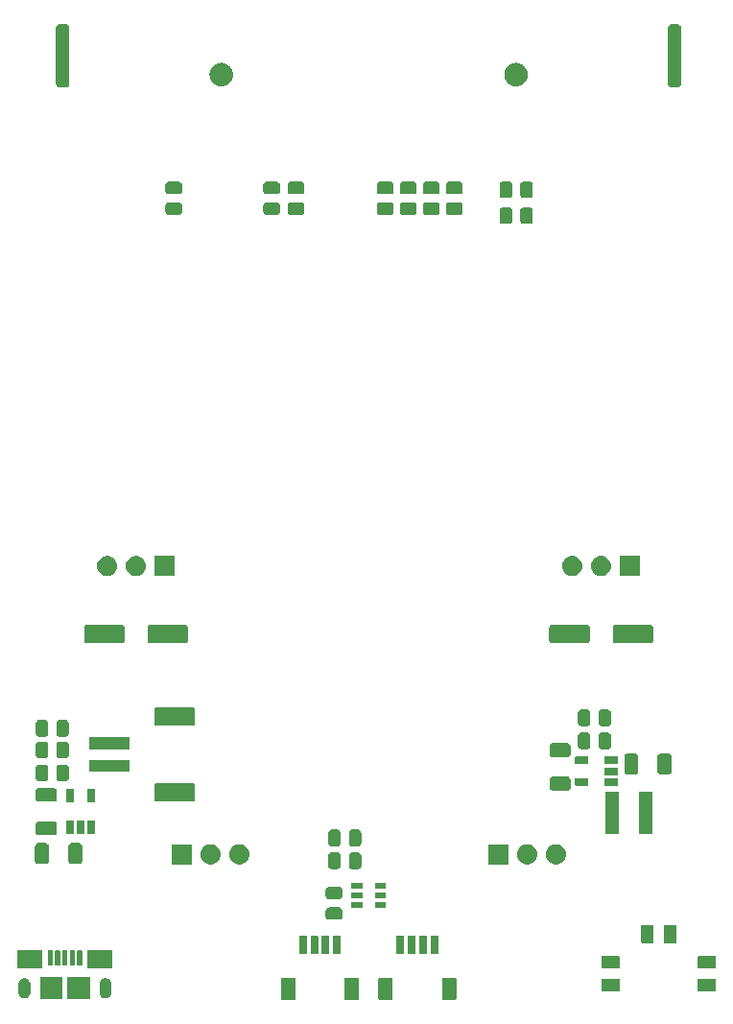
<source format=gbr>
%TF.GenerationSoftware,KiCad,Pcbnew,8.0.6-8.0.6-0~ubuntu24.04.1*%
%TF.CreationDate,2024-11-21T15:03:40-05:00*%
%TF.ProjectId,roversa2,726f7665-7273-4613-922e-6b696361645f,rev?*%
%TF.SameCoordinates,Original*%
%TF.FileFunction,Soldermask,Bot*%
%TF.FilePolarity,Negative*%
%FSLAX46Y46*%
G04 Gerber Fmt 4.6, Leading zero omitted, Abs format (unit mm)*
G04 Created by KiCad (PCBNEW 8.0.6-8.0.6-0~ubuntu24.04.1) date 2024-11-21 15:03:40*
%MOMM*%
%LPD*%
G01*
G04 APERTURE LIST*
G04 APERTURE END LIST*
G36*
X93387342Y-146908893D02*
G01*
X93399670Y-146917130D01*
X93407907Y-146929458D01*
X93410800Y-146944000D01*
X93410800Y-148744000D01*
X93407907Y-148758542D01*
X93399670Y-148770870D01*
X93387342Y-148779107D01*
X93372800Y-148782000D01*
X92172800Y-148782000D01*
X92158258Y-148779107D01*
X92145930Y-148770870D01*
X92137693Y-148758542D01*
X92134800Y-148744000D01*
X92134800Y-146944000D01*
X92137693Y-146929458D01*
X92145930Y-146917130D01*
X92158258Y-146908893D01*
X92172800Y-146906000D01*
X93372800Y-146906000D01*
X93387342Y-146908893D01*
G37*
G36*
X98987342Y-146908893D02*
G01*
X98999670Y-146917130D01*
X99007907Y-146929458D01*
X99010800Y-146944000D01*
X99010800Y-148744000D01*
X99007907Y-148758542D01*
X98999670Y-148770870D01*
X98987342Y-148779107D01*
X98972800Y-148782000D01*
X97772800Y-148782000D01*
X97758258Y-148779107D01*
X97745930Y-148770870D01*
X97737693Y-148758542D01*
X97734800Y-148744000D01*
X97734800Y-146944000D01*
X97737693Y-146929458D01*
X97745930Y-146917130D01*
X97758258Y-146908893D01*
X97772800Y-146906000D01*
X98972800Y-146906000D01*
X98987342Y-146908893D01*
G37*
G36*
X101987342Y-146908893D02*
G01*
X101999670Y-146917130D01*
X102007907Y-146929458D01*
X102010800Y-146944000D01*
X102010800Y-148744000D01*
X102007907Y-148758542D01*
X101999670Y-148770870D01*
X101987342Y-148779107D01*
X101972800Y-148782000D01*
X100772800Y-148782000D01*
X100758258Y-148779107D01*
X100745930Y-148770870D01*
X100737693Y-148758542D01*
X100734800Y-148744000D01*
X100734800Y-146944000D01*
X100737693Y-146929458D01*
X100745930Y-146917130D01*
X100758258Y-146908893D01*
X100772800Y-146906000D01*
X101972800Y-146906000D01*
X101987342Y-146908893D01*
G37*
G36*
X107587342Y-146908893D02*
G01*
X107599670Y-146917130D01*
X107607907Y-146929458D01*
X107610800Y-146944000D01*
X107610800Y-148744000D01*
X107607907Y-148758542D01*
X107599670Y-148770870D01*
X107587342Y-148779107D01*
X107572800Y-148782000D01*
X106372800Y-148782000D01*
X106358258Y-148779107D01*
X106345930Y-148770870D01*
X106337693Y-148758542D01*
X106334800Y-148744000D01*
X106334800Y-146944000D01*
X106337693Y-146929458D01*
X106345930Y-146917130D01*
X106358258Y-146908893D01*
X106372800Y-146906000D01*
X107572800Y-146906000D01*
X107587342Y-146908893D01*
G37*
G36*
X72837342Y-146786793D02*
G01*
X72849670Y-146795030D01*
X72857907Y-146807358D01*
X72860800Y-146821900D01*
X72860800Y-148721900D01*
X72857907Y-148736442D01*
X72849670Y-148748770D01*
X72837342Y-148757007D01*
X72822800Y-148759900D01*
X70922800Y-148759900D01*
X70908258Y-148757007D01*
X70895930Y-148748770D01*
X70887693Y-148736442D01*
X70884800Y-148721900D01*
X70884800Y-146821900D01*
X70887693Y-146807358D01*
X70895930Y-146795030D01*
X70908258Y-146786793D01*
X70922800Y-146783900D01*
X72822800Y-146783900D01*
X72837342Y-146786793D01*
G37*
G36*
X75237342Y-146786793D02*
G01*
X75249670Y-146795030D01*
X75257907Y-146807358D01*
X75260800Y-146821900D01*
X75260800Y-148721900D01*
X75257907Y-148736442D01*
X75249670Y-148748770D01*
X75237342Y-148757007D01*
X75222800Y-148759900D01*
X73322800Y-148759900D01*
X73308258Y-148757007D01*
X73295930Y-148748770D01*
X73287693Y-148736442D01*
X73284800Y-148721900D01*
X73284800Y-146821900D01*
X73287693Y-146807358D01*
X73295930Y-146795030D01*
X73308258Y-146786793D01*
X73322800Y-146783900D01*
X75222800Y-146783900D01*
X75237342Y-146786793D01*
G37*
G36*
X69703684Y-146924853D02*
G01*
X69825314Y-146995076D01*
X69924624Y-147094386D01*
X69994847Y-147216016D01*
X70031197Y-147351677D01*
X70035800Y-147421900D01*
X70035800Y-148121900D01*
X70031197Y-148192123D01*
X69994847Y-148327784D01*
X69924624Y-148449414D01*
X69825314Y-148548724D01*
X69703684Y-148618947D01*
X69568023Y-148655297D01*
X69427577Y-148655297D01*
X69291916Y-148618947D01*
X69170286Y-148548724D01*
X69070976Y-148449414D01*
X69000753Y-148327784D01*
X68964403Y-148192123D01*
X68959800Y-148121900D01*
X68959800Y-147421900D01*
X68964403Y-147351677D01*
X69000753Y-147216016D01*
X69070976Y-147094386D01*
X69170286Y-146995076D01*
X69291916Y-146924853D01*
X69427577Y-146888503D01*
X69568023Y-146888503D01*
X69703684Y-146924853D01*
G37*
G36*
X76853684Y-146924853D02*
G01*
X76975314Y-146995076D01*
X77074624Y-147094386D01*
X77144847Y-147216016D01*
X77181197Y-147351677D01*
X77185800Y-147421900D01*
X77185800Y-148121900D01*
X77181197Y-148192123D01*
X77144847Y-148327784D01*
X77074624Y-148449414D01*
X76975314Y-148548724D01*
X76853684Y-148618947D01*
X76718023Y-148655297D01*
X76577577Y-148655297D01*
X76441916Y-148618947D01*
X76320286Y-148548724D01*
X76220976Y-148449414D01*
X76150753Y-148327784D01*
X76114403Y-148192123D01*
X76109800Y-148121900D01*
X76109800Y-147421900D01*
X76114403Y-147351677D01*
X76150753Y-147216016D01*
X76220976Y-147094386D01*
X76320286Y-146995076D01*
X76441916Y-146924853D01*
X76577577Y-146888503D01*
X76718023Y-146888503D01*
X76853684Y-146924853D01*
G37*
G36*
X121987342Y-146964893D02*
G01*
X121999670Y-146973130D01*
X122007907Y-146985458D01*
X122010800Y-147000000D01*
X122010800Y-148000000D01*
X122007907Y-148014542D01*
X121999670Y-148026870D01*
X121987342Y-148035107D01*
X121972800Y-148038000D01*
X120472800Y-148038000D01*
X120458258Y-148035107D01*
X120445930Y-148026870D01*
X120437693Y-148014542D01*
X120434800Y-148000000D01*
X120434800Y-147000000D01*
X120437693Y-146985458D01*
X120445930Y-146973130D01*
X120458258Y-146964893D01*
X120472800Y-146962000D01*
X121972800Y-146962000D01*
X121987342Y-146964893D01*
G37*
G36*
X130487342Y-146964893D02*
G01*
X130499670Y-146973130D01*
X130507907Y-146985458D01*
X130510800Y-147000000D01*
X130510800Y-148000000D01*
X130507907Y-148014542D01*
X130499670Y-148026870D01*
X130487342Y-148035107D01*
X130472800Y-148038000D01*
X128972800Y-148038000D01*
X128958258Y-148035107D01*
X128945930Y-148026870D01*
X128937693Y-148014542D01*
X128934800Y-148000000D01*
X128934800Y-147000000D01*
X128937693Y-146985458D01*
X128945930Y-146973130D01*
X128958258Y-146964893D01*
X128972800Y-146962000D01*
X130472800Y-146962000D01*
X130487342Y-146964893D01*
G37*
G36*
X71037342Y-144386793D02*
G01*
X71049670Y-144395030D01*
X71057907Y-144407358D01*
X71060800Y-144421900D01*
X71060800Y-146021900D01*
X71057907Y-146036442D01*
X71049670Y-146048770D01*
X71037342Y-146057007D01*
X71022800Y-146059900D01*
X68922800Y-146059900D01*
X68908258Y-146057007D01*
X68895930Y-146048770D01*
X68887693Y-146036442D01*
X68884800Y-146021900D01*
X68884800Y-144421900D01*
X68887693Y-144407358D01*
X68895930Y-144395030D01*
X68908258Y-144386793D01*
X68922800Y-144383900D01*
X71022800Y-144383900D01*
X71037342Y-144386793D01*
G37*
G36*
X77237342Y-144386793D02*
G01*
X77249670Y-144395030D01*
X77257907Y-144407358D01*
X77260800Y-144421900D01*
X77260800Y-146021900D01*
X77257907Y-146036442D01*
X77249670Y-146048770D01*
X77237342Y-146057007D01*
X77222800Y-146059900D01*
X75122800Y-146059900D01*
X75108258Y-146057007D01*
X75095930Y-146048770D01*
X75087693Y-146036442D01*
X75084800Y-146021900D01*
X75084800Y-144421900D01*
X75087693Y-144407358D01*
X75095930Y-144395030D01*
X75108258Y-144386793D01*
X75122800Y-144383900D01*
X77222800Y-144383900D01*
X77237342Y-144386793D01*
G37*
G36*
X121987342Y-144964893D02*
G01*
X121999670Y-144973130D01*
X122007907Y-144985458D01*
X122010800Y-145000000D01*
X122010800Y-146000000D01*
X122007907Y-146014542D01*
X121999670Y-146026870D01*
X121987342Y-146035107D01*
X121972800Y-146038000D01*
X120472800Y-146038000D01*
X120458258Y-146035107D01*
X120445930Y-146026870D01*
X120437693Y-146014542D01*
X120434800Y-146000000D01*
X120434800Y-145000000D01*
X120437693Y-144985458D01*
X120445930Y-144973130D01*
X120458258Y-144964893D01*
X120472800Y-144962000D01*
X121972800Y-144962000D01*
X121987342Y-144964893D01*
G37*
G36*
X130487342Y-144964893D02*
G01*
X130499670Y-144973130D01*
X130507907Y-144985458D01*
X130510800Y-145000000D01*
X130510800Y-146000000D01*
X130507907Y-146014542D01*
X130499670Y-146026870D01*
X130487342Y-146035107D01*
X130472800Y-146038000D01*
X128972800Y-146038000D01*
X128958258Y-146035107D01*
X128945930Y-146026870D01*
X128937693Y-146014542D01*
X128934800Y-146000000D01*
X128934800Y-145000000D01*
X128937693Y-144985458D01*
X128945930Y-144973130D01*
X128958258Y-144964893D01*
X128972800Y-144962000D01*
X130472800Y-144962000D01*
X130487342Y-144964893D01*
G37*
G36*
X71925610Y-144394405D02*
G01*
X71970381Y-144424319D01*
X72000295Y-144469090D01*
X72010800Y-144521900D01*
X72010800Y-145671900D01*
X72000295Y-145724710D01*
X71970381Y-145769481D01*
X71925610Y-145799395D01*
X71872800Y-145809900D01*
X71672800Y-145809900D01*
X71619990Y-145799395D01*
X71575219Y-145769481D01*
X71545305Y-145724710D01*
X71534800Y-145671900D01*
X71534800Y-144521900D01*
X71545305Y-144469090D01*
X71575219Y-144424319D01*
X71619990Y-144394405D01*
X71672800Y-144383900D01*
X71872800Y-144383900D01*
X71925610Y-144394405D01*
G37*
G36*
X72575610Y-144394405D02*
G01*
X72620381Y-144424319D01*
X72650295Y-144469090D01*
X72660800Y-144521900D01*
X72660800Y-145671900D01*
X72650295Y-145724710D01*
X72620381Y-145769481D01*
X72575610Y-145799395D01*
X72522800Y-145809900D01*
X72322800Y-145809900D01*
X72269990Y-145799395D01*
X72225219Y-145769481D01*
X72195305Y-145724710D01*
X72184800Y-145671900D01*
X72184800Y-144521900D01*
X72195305Y-144469090D01*
X72225219Y-144424319D01*
X72269990Y-144394405D01*
X72322800Y-144383900D01*
X72522800Y-144383900D01*
X72575610Y-144394405D01*
G37*
G36*
X73225610Y-144394405D02*
G01*
X73270381Y-144424319D01*
X73300295Y-144469090D01*
X73310800Y-144521900D01*
X73310800Y-145671900D01*
X73300295Y-145724710D01*
X73270381Y-145769481D01*
X73225610Y-145799395D01*
X73172800Y-145809900D01*
X72972800Y-145809900D01*
X72919990Y-145799395D01*
X72875219Y-145769481D01*
X72845305Y-145724710D01*
X72834800Y-145671900D01*
X72834800Y-144521900D01*
X72845305Y-144469090D01*
X72875219Y-144424319D01*
X72919990Y-144394405D01*
X72972800Y-144383900D01*
X73172800Y-144383900D01*
X73225610Y-144394405D01*
G37*
G36*
X73875610Y-144394405D02*
G01*
X73920381Y-144424319D01*
X73950295Y-144469090D01*
X73960800Y-144521900D01*
X73960800Y-145671900D01*
X73950295Y-145724710D01*
X73920381Y-145769481D01*
X73875610Y-145799395D01*
X73822800Y-145809900D01*
X73622800Y-145809900D01*
X73569990Y-145799395D01*
X73525219Y-145769481D01*
X73495305Y-145724710D01*
X73484800Y-145671900D01*
X73484800Y-144521900D01*
X73495305Y-144469090D01*
X73525219Y-144424319D01*
X73569990Y-144394405D01*
X73622800Y-144383900D01*
X73822800Y-144383900D01*
X73875610Y-144394405D01*
G37*
G36*
X74525610Y-144394405D02*
G01*
X74570381Y-144424319D01*
X74600295Y-144469090D01*
X74610800Y-144521900D01*
X74610800Y-145671900D01*
X74600295Y-145724710D01*
X74570381Y-145769481D01*
X74525610Y-145799395D01*
X74472800Y-145809900D01*
X74272800Y-145809900D01*
X74219990Y-145799395D01*
X74175219Y-145769481D01*
X74145305Y-145724710D01*
X74134800Y-145671900D01*
X74134800Y-144521900D01*
X74145305Y-144469090D01*
X74175219Y-144424319D01*
X74219990Y-144394405D01*
X74272800Y-144383900D01*
X74472800Y-144383900D01*
X74525610Y-144394405D01*
G37*
G36*
X94387342Y-143158893D02*
G01*
X94399670Y-143167130D01*
X94407907Y-143179458D01*
X94410800Y-143194000D01*
X94410800Y-144744000D01*
X94407907Y-144758542D01*
X94399670Y-144770870D01*
X94387342Y-144779107D01*
X94372800Y-144782000D01*
X93772800Y-144782000D01*
X93758258Y-144779107D01*
X93745930Y-144770870D01*
X93737693Y-144758542D01*
X93734800Y-144744000D01*
X93734800Y-143194000D01*
X93737693Y-143179458D01*
X93745930Y-143167130D01*
X93758258Y-143158893D01*
X93772800Y-143156000D01*
X94372800Y-143156000D01*
X94387342Y-143158893D01*
G37*
G36*
X95387342Y-143158893D02*
G01*
X95399670Y-143167130D01*
X95407907Y-143179458D01*
X95410800Y-143194000D01*
X95410800Y-144744000D01*
X95407907Y-144758542D01*
X95399670Y-144770870D01*
X95387342Y-144779107D01*
X95372800Y-144782000D01*
X94772800Y-144782000D01*
X94758258Y-144779107D01*
X94745930Y-144770870D01*
X94737693Y-144758542D01*
X94734800Y-144744000D01*
X94734800Y-143194000D01*
X94737693Y-143179458D01*
X94745930Y-143167130D01*
X94758258Y-143158893D01*
X94772800Y-143156000D01*
X95372800Y-143156000D01*
X95387342Y-143158893D01*
G37*
G36*
X96387342Y-143158893D02*
G01*
X96399670Y-143167130D01*
X96407907Y-143179458D01*
X96410800Y-143194000D01*
X96410800Y-144744000D01*
X96407907Y-144758542D01*
X96399670Y-144770870D01*
X96387342Y-144779107D01*
X96372800Y-144782000D01*
X95772800Y-144782000D01*
X95758258Y-144779107D01*
X95745930Y-144770870D01*
X95737693Y-144758542D01*
X95734800Y-144744000D01*
X95734800Y-143194000D01*
X95737693Y-143179458D01*
X95745930Y-143167130D01*
X95758258Y-143158893D01*
X95772800Y-143156000D01*
X96372800Y-143156000D01*
X96387342Y-143158893D01*
G37*
G36*
X97387342Y-143158893D02*
G01*
X97399670Y-143167130D01*
X97407907Y-143179458D01*
X97410800Y-143194000D01*
X97410800Y-144744000D01*
X97407907Y-144758542D01*
X97399670Y-144770870D01*
X97387342Y-144779107D01*
X97372800Y-144782000D01*
X96772800Y-144782000D01*
X96758258Y-144779107D01*
X96745930Y-144770870D01*
X96737693Y-144758542D01*
X96734800Y-144744000D01*
X96734800Y-143194000D01*
X96737693Y-143179458D01*
X96745930Y-143167130D01*
X96758258Y-143158893D01*
X96772800Y-143156000D01*
X97372800Y-143156000D01*
X97387342Y-143158893D01*
G37*
G36*
X102987342Y-143158893D02*
G01*
X102999670Y-143167130D01*
X103007907Y-143179458D01*
X103010800Y-143194000D01*
X103010800Y-144744000D01*
X103007907Y-144758542D01*
X102999670Y-144770870D01*
X102987342Y-144779107D01*
X102972800Y-144782000D01*
X102372800Y-144782000D01*
X102358258Y-144779107D01*
X102345930Y-144770870D01*
X102337693Y-144758542D01*
X102334800Y-144744000D01*
X102334800Y-143194000D01*
X102337693Y-143179458D01*
X102345930Y-143167130D01*
X102358258Y-143158893D01*
X102372800Y-143156000D01*
X102972800Y-143156000D01*
X102987342Y-143158893D01*
G37*
G36*
X103987342Y-143158893D02*
G01*
X103999670Y-143167130D01*
X104007907Y-143179458D01*
X104010800Y-143194000D01*
X104010800Y-144744000D01*
X104007907Y-144758542D01*
X103999670Y-144770870D01*
X103987342Y-144779107D01*
X103972800Y-144782000D01*
X103372800Y-144782000D01*
X103358258Y-144779107D01*
X103345930Y-144770870D01*
X103337693Y-144758542D01*
X103334800Y-144744000D01*
X103334800Y-143194000D01*
X103337693Y-143179458D01*
X103345930Y-143167130D01*
X103358258Y-143158893D01*
X103372800Y-143156000D01*
X103972800Y-143156000D01*
X103987342Y-143158893D01*
G37*
G36*
X104987342Y-143158893D02*
G01*
X104999670Y-143167130D01*
X105007907Y-143179458D01*
X105010800Y-143194000D01*
X105010800Y-144744000D01*
X105007907Y-144758542D01*
X104999670Y-144770870D01*
X104987342Y-144779107D01*
X104972800Y-144782000D01*
X104372800Y-144782000D01*
X104358258Y-144779107D01*
X104345930Y-144770870D01*
X104337693Y-144758542D01*
X104334800Y-144744000D01*
X104334800Y-143194000D01*
X104337693Y-143179458D01*
X104345930Y-143167130D01*
X104358258Y-143158893D01*
X104372800Y-143156000D01*
X104972800Y-143156000D01*
X104987342Y-143158893D01*
G37*
G36*
X105987342Y-143158893D02*
G01*
X105999670Y-143167130D01*
X106007907Y-143179458D01*
X106010800Y-143194000D01*
X106010800Y-144744000D01*
X106007907Y-144758542D01*
X105999670Y-144770870D01*
X105987342Y-144779107D01*
X105972800Y-144782000D01*
X105372800Y-144782000D01*
X105358258Y-144779107D01*
X105345930Y-144770870D01*
X105337693Y-144758542D01*
X105334800Y-144744000D01*
X105334800Y-143194000D01*
X105337693Y-143179458D01*
X105345930Y-143167130D01*
X105358258Y-143158893D01*
X105372800Y-143156000D01*
X105972800Y-143156000D01*
X105987342Y-143158893D01*
G37*
G36*
X124987342Y-142214893D02*
G01*
X124999670Y-142223130D01*
X125007907Y-142235458D01*
X125010800Y-142250000D01*
X125010800Y-143750000D01*
X125007907Y-143764542D01*
X124999670Y-143776870D01*
X124987342Y-143785107D01*
X124972800Y-143788000D01*
X123972800Y-143788000D01*
X123958258Y-143785107D01*
X123945930Y-143776870D01*
X123937693Y-143764542D01*
X123934800Y-143750000D01*
X123934800Y-142250000D01*
X123937693Y-142235458D01*
X123945930Y-142223130D01*
X123958258Y-142214893D01*
X123972800Y-142212000D01*
X124972800Y-142212000D01*
X124987342Y-142214893D01*
G37*
G36*
X126987342Y-142214893D02*
G01*
X126999670Y-142223130D01*
X127007907Y-142235458D01*
X127010800Y-142250000D01*
X127010800Y-143750000D01*
X127007907Y-143764542D01*
X126999670Y-143776870D01*
X126987342Y-143785107D01*
X126972800Y-143788000D01*
X125972800Y-143788000D01*
X125958258Y-143785107D01*
X125945930Y-143776870D01*
X125937693Y-143764542D01*
X125934800Y-143750000D01*
X125934800Y-142250000D01*
X125937693Y-142235458D01*
X125945930Y-142223130D01*
X125958258Y-142214893D01*
X125972800Y-142212000D01*
X126972800Y-142212000D01*
X126987342Y-142214893D01*
G37*
G36*
X97340738Y-140652850D02*
G01*
X97345453Y-140654932D01*
X97348126Y-140655284D01*
X97381570Y-140670879D01*
X97437559Y-140695601D01*
X97512399Y-140770441D01*
X97537130Y-140826451D01*
X97552715Y-140859873D01*
X97553066Y-140862543D01*
X97555150Y-140867262D01*
X97562800Y-140933200D01*
X97562800Y-141458200D01*
X97555150Y-141524138D01*
X97553066Y-141528856D01*
X97552715Y-141531526D01*
X97537138Y-141564930D01*
X97512399Y-141620959D01*
X97437559Y-141695799D01*
X97381530Y-141720538D01*
X97348126Y-141736115D01*
X97345456Y-141736466D01*
X97340738Y-141738550D01*
X97274800Y-141746200D01*
X96374800Y-141746200D01*
X96308862Y-141738550D01*
X96304143Y-141736466D01*
X96301473Y-141736115D01*
X96268051Y-141720530D01*
X96212041Y-141695799D01*
X96137201Y-141620959D01*
X96112479Y-141564970D01*
X96096884Y-141531526D01*
X96096532Y-141528853D01*
X96094450Y-141524138D01*
X96086800Y-141458200D01*
X96086800Y-140933200D01*
X96094450Y-140867262D01*
X96096532Y-140862546D01*
X96096884Y-140859873D01*
X96112487Y-140826410D01*
X96137201Y-140770441D01*
X96212041Y-140695601D01*
X96268010Y-140670887D01*
X96301473Y-140655284D01*
X96304146Y-140654932D01*
X96308862Y-140652850D01*
X96374800Y-140645200D01*
X97274800Y-140645200D01*
X97340738Y-140652850D01*
G37*
G36*
X99287342Y-140172693D02*
G01*
X99299670Y-140180930D01*
X99307907Y-140193258D01*
X99310800Y-140207800D01*
X99310800Y-140657800D01*
X99307907Y-140672342D01*
X99299670Y-140684670D01*
X99287342Y-140692907D01*
X99272800Y-140695800D01*
X98372800Y-140695800D01*
X98358258Y-140692907D01*
X98345930Y-140684670D01*
X98337693Y-140672342D01*
X98334800Y-140657800D01*
X98334800Y-140207800D01*
X98337693Y-140193258D01*
X98345930Y-140180930D01*
X98358258Y-140172693D01*
X98372800Y-140169800D01*
X99272800Y-140169800D01*
X99287342Y-140172693D01*
G37*
G36*
X101387342Y-140172693D02*
G01*
X101399670Y-140180930D01*
X101407907Y-140193258D01*
X101410800Y-140207800D01*
X101410800Y-140657800D01*
X101407907Y-140672342D01*
X101399670Y-140684670D01*
X101387342Y-140692907D01*
X101372800Y-140695800D01*
X100472800Y-140695800D01*
X100458258Y-140692907D01*
X100445930Y-140684670D01*
X100437693Y-140672342D01*
X100434800Y-140657800D01*
X100434800Y-140207800D01*
X100437693Y-140193258D01*
X100445930Y-140180930D01*
X100458258Y-140172693D01*
X100472800Y-140169800D01*
X101372800Y-140169800D01*
X101387342Y-140172693D01*
G37*
G36*
X97340738Y-138827850D02*
G01*
X97345453Y-138829932D01*
X97348126Y-138830284D01*
X97381570Y-138845879D01*
X97437559Y-138870601D01*
X97512399Y-138945441D01*
X97537130Y-139001451D01*
X97552715Y-139034873D01*
X97553066Y-139037543D01*
X97555150Y-139042262D01*
X97562800Y-139108200D01*
X97562800Y-139633200D01*
X97555150Y-139699138D01*
X97553066Y-139703856D01*
X97552715Y-139706526D01*
X97537138Y-139739930D01*
X97512399Y-139795959D01*
X97437559Y-139870799D01*
X97381530Y-139895538D01*
X97348126Y-139911115D01*
X97345456Y-139911466D01*
X97340738Y-139913550D01*
X97274800Y-139921200D01*
X96374800Y-139921200D01*
X96308862Y-139913550D01*
X96304143Y-139911466D01*
X96301473Y-139911115D01*
X96268051Y-139895530D01*
X96212041Y-139870799D01*
X96137201Y-139795959D01*
X96112479Y-139739970D01*
X96096884Y-139706526D01*
X96096532Y-139703853D01*
X96094450Y-139699138D01*
X96086800Y-139633200D01*
X96086800Y-139108200D01*
X96094450Y-139042262D01*
X96096532Y-139037546D01*
X96096884Y-139034873D01*
X96112487Y-139001410D01*
X96137201Y-138945441D01*
X96212041Y-138870601D01*
X96268010Y-138845887D01*
X96301473Y-138830284D01*
X96304146Y-138829932D01*
X96308862Y-138827850D01*
X96374800Y-138820200D01*
X97274800Y-138820200D01*
X97340738Y-138827850D01*
G37*
G36*
X99287342Y-139322693D02*
G01*
X99299670Y-139330930D01*
X99307907Y-139343258D01*
X99310800Y-139357800D01*
X99310800Y-139807800D01*
X99307907Y-139822342D01*
X99299670Y-139834670D01*
X99287342Y-139842907D01*
X99272800Y-139845800D01*
X98372800Y-139845800D01*
X98358258Y-139842907D01*
X98345930Y-139834670D01*
X98337693Y-139822342D01*
X98334800Y-139807800D01*
X98334800Y-139357800D01*
X98337693Y-139343258D01*
X98345930Y-139330930D01*
X98358258Y-139322693D01*
X98372800Y-139319800D01*
X99272800Y-139319800D01*
X99287342Y-139322693D01*
G37*
G36*
X101387342Y-139322693D02*
G01*
X101399670Y-139330930D01*
X101407907Y-139343258D01*
X101410800Y-139357800D01*
X101410800Y-139807800D01*
X101407907Y-139822342D01*
X101399670Y-139834670D01*
X101387342Y-139842907D01*
X101372800Y-139845800D01*
X100472800Y-139845800D01*
X100458258Y-139842907D01*
X100445930Y-139834670D01*
X100437693Y-139822342D01*
X100434800Y-139807800D01*
X100434800Y-139357800D01*
X100437693Y-139343258D01*
X100445930Y-139330930D01*
X100458258Y-139322693D01*
X100472800Y-139319800D01*
X101372800Y-139319800D01*
X101387342Y-139322693D01*
G37*
G36*
X99287342Y-138472693D02*
G01*
X99299670Y-138480930D01*
X99307907Y-138493258D01*
X99310800Y-138507800D01*
X99310800Y-138957800D01*
X99307907Y-138972342D01*
X99299670Y-138984670D01*
X99287342Y-138992907D01*
X99272800Y-138995800D01*
X98372800Y-138995800D01*
X98358258Y-138992907D01*
X98345930Y-138984670D01*
X98337693Y-138972342D01*
X98334800Y-138957800D01*
X98334800Y-138507800D01*
X98337693Y-138493258D01*
X98345930Y-138480930D01*
X98358258Y-138472693D01*
X98372800Y-138469800D01*
X99272800Y-138469800D01*
X99287342Y-138472693D01*
G37*
G36*
X101387342Y-138472693D02*
G01*
X101399670Y-138480930D01*
X101407907Y-138493258D01*
X101410800Y-138507800D01*
X101410800Y-138957800D01*
X101407907Y-138972342D01*
X101399670Y-138984670D01*
X101387342Y-138992907D01*
X101372800Y-138995800D01*
X100472800Y-138995800D01*
X100458258Y-138992907D01*
X100445930Y-138984670D01*
X100437693Y-138972342D01*
X100434800Y-138957800D01*
X100434800Y-138507800D01*
X100437693Y-138493258D01*
X100445930Y-138480930D01*
X100458258Y-138472693D01*
X100472800Y-138469800D01*
X101372800Y-138469800D01*
X101387342Y-138472693D01*
G37*
G36*
X97180538Y-135793650D02*
G01*
X97185253Y-135795732D01*
X97187926Y-135796084D01*
X97221370Y-135811679D01*
X97277359Y-135836401D01*
X97352199Y-135911241D01*
X97376930Y-135967251D01*
X97392515Y-136000673D01*
X97392866Y-136003343D01*
X97394950Y-136008062D01*
X97402600Y-136074000D01*
X97402600Y-136974000D01*
X97394950Y-137039938D01*
X97392866Y-137044656D01*
X97392515Y-137047326D01*
X97376938Y-137080730D01*
X97352199Y-137136759D01*
X97277359Y-137211599D01*
X97221330Y-137236338D01*
X97187926Y-137251915D01*
X97185256Y-137252266D01*
X97180538Y-137254350D01*
X97114600Y-137262000D01*
X96589600Y-137262000D01*
X96523662Y-137254350D01*
X96518943Y-137252266D01*
X96516273Y-137251915D01*
X96482851Y-137236330D01*
X96426841Y-137211599D01*
X96352001Y-137136759D01*
X96327279Y-137080770D01*
X96311684Y-137047326D01*
X96311332Y-137044653D01*
X96309250Y-137039938D01*
X96301600Y-136974000D01*
X96301600Y-136074000D01*
X96309250Y-136008062D01*
X96311332Y-136003346D01*
X96311684Y-136000673D01*
X96327287Y-135967210D01*
X96352001Y-135911241D01*
X96426841Y-135836401D01*
X96482810Y-135811687D01*
X96516273Y-135796084D01*
X96518946Y-135795732D01*
X96523662Y-135793650D01*
X96589600Y-135786000D01*
X97114600Y-135786000D01*
X97180538Y-135793650D01*
G37*
G36*
X99005538Y-135793650D02*
G01*
X99010253Y-135795732D01*
X99012926Y-135796084D01*
X99046370Y-135811679D01*
X99102359Y-135836401D01*
X99177199Y-135911241D01*
X99201930Y-135967251D01*
X99217515Y-136000673D01*
X99217866Y-136003343D01*
X99219950Y-136008062D01*
X99227600Y-136074000D01*
X99227600Y-136974000D01*
X99219950Y-137039938D01*
X99217866Y-137044656D01*
X99217515Y-137047326D01*
X99201938Y-137080730D01*
X99177199Y-137136759D01*
X99102359Y-137211599D01*
X99046330Y-137236338D01*
X99012926Y-137251915D01*
X99010256Y-137252266D01*
X99005538Y-137254350D01*
X98939600Y-137262000D01*
X98414600Y-137262000D01*
X98348662Y-137254350D01*
X98343943Y-137252266D01*
X98341273Y-137251915D01*
X98307851Y-137236330D01*
X98251841Y-137211599D01*
X98177001Y-137136759D01*
X98152279Y-137080770D01*
X98136684Y-137047326D01*
X98136332Y-137044653D01*
X98134250Y-137039938D01*
X98126600Y-136974000D01*
X98126600Y-136074000D01*
X98134250Y-136008062D01*
X98136332Y-136003346D01*
X98136684Y-136000673D01*
X98152287Y-135967210D01*
X98177001Y-135911241D01*
X98251841Y-135836401D01*
X98307810Y-135811687D01*
X98341273Y-135796084D01*
X98343946Y-135795732D01*
X98348662Y-135793650D01*
X98414600Y-135786000D01*
X98939600Y-135786000D01*
X99005538Y-135793650D01*
G37*
G36*
X84237342Y-135086793D02*
G01*
X84249670Y-135095030D01*
X84257907Y-135107358D01*
X84260800Y-135121900D01*
X84260800Y-136821900D01*
X84257907Y-136836442D01*
X84249670Y-136848770D01*
X84237342Y-136857007D01*
X84222800Y-136859900D01*
X82522800Y-136859900D01*
X82508258Y-136857007D01*
X82495930Y-136848770D01*
X82487693Y-136836442D01*
X82484800Y-136821900D01*
X82484800Y-135121900D01*
X82487693Y-135107358D01*
X82495930Y-135095030D01*
X82508258Y-135086793D01*
X82522800Y-135083900D01*
X84222800Y-135083900D01*
X84237342Y-135086793D01*
G37*
G36*
X112187342Y-135086793D02*
G01*
X112199670Y-135095030D01*
X112207907Y-135107358D01*
X112210800Y-135121900D01*
X112210800Y-136821900D01*
X112207907Y-136836442D01*
X112199670Y-136848770D01*
X112187342Y-136857007D01*
X112172800Y-136859900D01*
X110472800Y-136859900D01*
X110458258Y-136857007D01*
X110445930Y-136848770D01*
X110437693Y-136836442D01*
X110434800Y-136821900D01*
X110434800Y-135121900D01*
X110437693Y-135107358D01*
X110445930Y-135095030D01*
X110458258Y-135086793D01*
X110472800Y-135083900D01*
X112172800Y-135083900D01*
X112187342Y-135086793D01*
G37*
G36*
X86187207Y-135127362D02*
G01*
X86356800Y-135202869D01*
X86506988Y-135311987D01*
X86631207Y-135449947D01*
X86724028Y-135610718D01*
X86781395Y-135787274D01*
X86800800Y-135971900D01*
X86781395Y-136156526D01*
X86724028Y-136333082D01*
X86631207Y-136493853D01*
X86506988Y-136631813D01*
X86356800Y-136740931D01*
X86187207Y-136816438D01*
X86005621Y-136855035D01*
X85819979Y-136855035D01*
X85638393Y-136816438D01*
X85468800Y-136740931D01*
X85318612Y-136631813D01*
X85194393Y-136493853D01*
X85101572Y-136333082D01*
X85044205Y-136156526D01*
X85024800Y-135971900D01*
X85044205Y-135787274D01*
X85101572Y-135610718D01*
X85194393Y-135449947D01*
X85318612Y-135311987D01*
X85468800Y-135202869D01*
X85638393Y-135127362D01*
X85819979Y-135088765D01*
X86005621Y-135088765D01*
X86187207Y-135127362D01*
G37*
G36*
X88727207Y-135127362D02*
G01*
X88896800Y-135202869D01*
X89046988Y-135311987D01*
X89171207Y-135449947D01*
X89264028Y-135610718D01*
X89321395Y-135787274D01*
X89340800Y-135971900D01*
X89321395Y-136156526D01*
X89264028Y-136333082D01*
X89171207Y-136493853D01*
X89046988Y-136631813D01*
X88896800Y-136740931D01*
X88727207Y-136816438D01*
X88545621Y-136855035D01*
X88359979Y-136855035D01*
X88178393Y-136816438D01*
X88008800Y-136740931D01*
X87858612Y-136631813D01*
X87734393Y-136493853D01*
X87641572Y-136333082D01*
X87584205Y-136156526D01*
X87564800Y-135971900D01*
X87584205Y-135787274D01*
X87641572Y-135610718D01*
X87734393Y-135449947D01*
X87858612Y-135311987D01*
X88008800Y-135202869D01*
X88178393Y-135127362D01*
X88359979Y-135088765D01*
X88545621Y-135088765D01*
X88727207Y-135127362D01*
G37*
G36*
X114137207Y-135127362D02*
G01*
X114306800Y-135202869D01*
X114456988Y-135311987D01*
X114581207Y-135449947D01*
X114674028Y-135610718D01*
X114731395Y-135787274D01*
X114750800Y-135971900D01*
X114731395Y-136156526D01*
X114674028Y-136333082D01*
X114581207Y-136493853D01*
X114456988Y-136631813D01*
X114306800Y-136740931D01*
X114137207Y-136816438D01*
X113955621Y-136855035D01*
X113769979Y-136855035D01*
X113588393Y-136816438D01*
X113418800Y-136740931D01*
X113268612Y-136631813D01*
X113144393Y-136493853D01*
X113051572Y-136333082D01*
X112994205Y-136156526D01*
X112974800Y-135971900D01*
X112994205Y-135787274D01*
X113051572Y-135610718D01*
X113144393Y-135449947D01*
X113268612Y-135311987D01*
X113418800Y-135202869D01*
X113588393Y-135127362D01*
X113769979Y-135088765D01*
X113955621Y-135088765D01*
X114137207Y-135127362D01*
G37*
G36*
X116677207Y-135127362D02*
G01*
X116846800Y-135202869D01*
X116996988Y-135311987D01*
X117121207Y-135449947D01*
X117214028Y-135610718D01*
X117271395Y-135787274D01*
X117290800Y-135971900D01*
X117271395Y-136156526D01*
X117214028Y-136333082D01*
X117121207Y-136493853D01*
X116996988Y-136631813D01*
X116846800Y-136740931D01*
X116677207Y-136816438D01*
X116495621Y-136855035D01*
X116309979Y-136855035D01*
X116128393Y-136816438D01*
X115958800Y-136740931D01*
X115808612Y-136631813D01*
X115684393Y-136493853D01*
X115591572Y-136333082D01*
X115534205Y-136156526D01*
X115514800Y-135971900D01*
X115534205Y-135787274D01*
X115591572Y-135610718D01*
X115684393Y-135449947D01*
X115808612Y-135311987D01*
X115958800Y-135202869D01*
X116128393Y-135127362D01*
X116309979Y-135088765D01*
X116495621Y-135088765D01*
X116677207Y-135127362D01*
G37*
G36*
X71432938Y-134959650D02*
G01*
X71437653Y-134961732D01*
X71440326Y-134962084D01*
X71473770Y-134977679D01*
X71529759Y-135002401D01*
X71604599Y-135077241D01*
X71629330Y-135133251D01*
X71644915Y-135166673D01*
X71645266Y-135169343D01*
X71647350Y-135174062D01*
X71655000Y-135240000D01*
X71655000Y-136540000D01*
X71647350Y-136605938D01*
X71645266Y-136610656D01*
X71644915Y-136613326D01*
X71629338Y-136646730D01*
X71604599Y-136702759D01*
X71529759Y-136777599D01*
X71473730Y-136802338D01*
X71440326Y-136817915D01*
X71437656Y-136818266D01*
X71432938Y-136820350D01*
X71367000Y-136828000D01*
X70717000Y-136828000D01*
X70651062Y-136820350D01*
X70646343Y-136818266D01*
X70643673Y-136817915D01*
X70610251Y-136802330D01*
X70554241Y-136777599D01*
X70479401Y-136702759D01*
X70454679Y-136646770D01*
X70439084Y-136613326D01*
X70438732Y-136610653D01*
X70436650Y-136605938D01*
X70429000Y-136540000D01*
X70429000Y-135240000D01*
X70436650Y-135174062D01*
X70438732Y-135169346D01*
X70439084Y-135166673D01*
X70454687Y-135133210D01*
X70479401Y-135077241D01*
X70554241Y-135002401D01*
X70610210Y-134977687D01*
X70643673Y-134962084D01*
X70646346Y-134961732D01*
X70651062Y-134959650D01*
X70717000Y-134952000D01*
X71367000Y-134952000D01*
X71432938Y-134959650D01*
G37*
G36*
X74382938Y-134959650D02*
G01*
X74387653Y-134961732D01*
X74390326Y-134962084D01*
X74423770Y-134977679D01*
X74479759Y-135002401D01*
X74554599Y-135077241D01*
X74579330Y-135133251D01*
X74594915Y-135166673D01*
X74595266Y-135169343D01*
X74597350Y-135174062D01*
X74605000Y-135240000D01*
X74605000Y-136540000D01*
X74597350Y-136605938D01*
X74595266Y-136610656D01*
X74594915Y-136613326D01*
X74579338Y-136646730D01*
X74554599Y-136702759D01*
X74479759Y-136777599D01*
X74423730Y-136802338D01*
X74390326Y-136817915D01*
X74387656Y-136818266D01*
X74382938Y-136820350D01*
X74317000Y-136828000D01*
X73667000Y-136828000D01*
X73601062Y-136820350D01*
X73596343Y-136818266D01*
X73593673Y-136817915D01*
X73560251Y-136802330D01*
X73504241Y-136777599D01*
X73429401Y-136702759D01*
X73404679Y-136646770D01*
X73389084Y-136613326D01*
X73388732Y-136610653D01*
X73386650Y-136605938D01*
X73379000Y-136540000D01*
X73379000Y-135240000D01*
X73386650Y-135174062D01*
X73388732Y-135169346D01*
X73389084Y-135166673D01*
X73404687Y-135133210D01*
X73429401Y-135077241D01*
X73504241Y-135002401D01*
X73560210Y-134977687D01*
X73593673Y-134962084D01*
X73596346Y-134961732D01*
X73601062Y-134959650D01*
X73667000Y-134952000D01*
X74317000Y-134952000D01*
X74382938Y-134959650D01*
G37*
G36*
X97180538Y-133787050D02*
G01*
X97185253Y-133789132D01*
X97187926Y-133789484D01*
X97221370Y-133805079D01*
X97277359Y-133829801D01*
X97352199Y-133904641D01*
X97376930Y-133960651D01*
X97392515Y-133994073D01*
X97392866Y-133996743D01*
X97394950Y-134001462D01*
X97402600Y-134067400D01*
X97402600Y-134967400D01*
X97394950Y-135033338D01*
X97392866Y-135038056D01*
X97392515Y-135040726D01*
X97376938Y-135074130D01*
X97352199Y-135130159D01*
X97277359Y-135204999D01*
X97221330Y-135229738D01*
X97187926Y-135245315D01*
X97185256Y-135245666D01*
X97180538Y-135247750D01*
X97114600Y-135255400D01*
X96589600Y-135255400D01*
X96523662Y-135247750D01*
X96518943Y-135245666D01*
X96516273Y-135245315D01*
X96482851Y-135229730D01*
X96426841Y-135204999D01*
X96352001Y-135130159D01*
X96327279Y-135074170D01*
X96311684Y-135040726D01*
X96311332Y-135038053D01*
X96309250Y-135033338D01*
X96301600Y-134967400D01*
X96301600Y-134067400D01*
X96309250Y-134001462D01*
X96311332Y-133996746D01*
X96311684Y-133994073D01*
X96327287Y-133960610D01*
X96352001Y-133904641D01*
X96426841Y-133829801D01*
X96482810Y-133805087D01*
X96516273Y-133789484D01*
X96518946Y-133789132D01*
X96523662Y-133787050D01*
X96589600Y-133779400D01*
X97114600Y-133779400D01*
X97180538Y-133787050D01*
G37*
G36*
X99005538Y-133787050D02*
G01*
X99010253Y-133789132D01*
X99012926Y-133789484D01*
X99046370Y-133805079D01*
X99102359Y-133829801D01*
X99177199Y-133904641D01*
X99201930Y-133960651D01*
X99217515Y-133994073D01*
X99217866Y-133996743D01*
X99219950Y-134001462D01*
X99227600Y-134067400D01*
X99227600Y-134967400D01*
X99219950Y-135033338D01*
X99217866Y-135038056D01*
X99217515Y-135040726D01*
X99201938Y-135074130D01*
X99177199Y-135130159D01*
X99102359Y-135204999D01*
X99046330Y-135229738D01*
X99012926Y-135245315D01*
X99010256Y-135245666D01*
X99005538Y-135247750D01*
X98939600Y-135255400D01*
X98414600Y-135255400D01*
X98348662Y-135247750D01*
X98343943Y-135245666D01*
X98341273Y-135245315D01*
X98307851Y-135229730D01*
X98251841Y-135204999D01*
X98177001Y-135130159D01*
X98152279Y-135074170D01*
X98136684Y-135040726D01*
X98136332Y-135038053D01*
X98134250Y-135033338D01*
X98126600Y-134967400D01*
X98126600Y-134067400D01*
X98134250Y-134001462D01*
X98136332Y-133996746D01*
X98136684Y-133994073D01*
X98152287Y-133960610D01*
X98177001Y-133904641D01*
X98251841Y-133829801D01*
X98307810Y-133805087D01*
X98341273Y-133789484D01*
X98343946Y-133789132D01*
X98348662Y-133787050D01*
X98414600Y-133779400D01*
X98939600Y-133779400D01*
X99005538Y-133787050D01*
G37*
G36*
X72141938Y-133062150D02*
G01*
X72146653Y-133064232D01*
X72149326Y-133064584D01*
X72182770Y-133080179D01*
X72238759Y-133104901D01*
X72313599Y-133179741D01*
X72338330Y-133235751D01*
X72353915Y-133269173D01*
X72354266Y-133271843D01*
X72356350Y-133276562D01*
X72364000Y-133342500D01*
X72364000Y-133992500D01*
X72356350Y-134058438D01*
X72354266Y-134063156D01*
X72353915Y-134065826D01*
X72338338Y-134099230D01*
X72313599Y-134155259D01*
X72238759Y-134230099D01*
X72182730Y-134254838D01*
X72149326Y-134270415D01*
X72146656Y-134270766D01*
X72141938Y-134272850D01*
X72076000Y-134280500D01*
X70776000Y-134280500D01*
X70710062Y-134272850D01*
X70705343Y-134270766D01*
X70702673Y-134270415D01*
X70669251Y-134254830D01*
X70613241Y-134230099D01*
X70538401Y-134155259D01*
X70513679Y-134099270D01*
X70498084Y-134065826D01*
X70497732Y-134063153D01*
X70495650Y-134058438D01*
X70488000Y-133992500D01*
X70488000Y-133342500D01*
X70495650Y-133276562D01*
X70497732Y-133271846D01*
X70498084Y-133269173D01*
X70513687Y-133235710D01*
X70538401Y-133179741D01*
X70613241Y-133104901D01*
X70669210Y-133080187D01*
X70702673Y-133064584D01*
X70705346Y-133064232D01*
X70710062Y-133062150D01*
X70776000Y-133054500D01*
X72076000Y-133054500D01*
X72141938Y-133062150D01*
G37*
G36*
X121922942Y-130423493D02*
G01*
X121935270Y-130431730D01*
X121943507Y-130444058D01*
X121946400Y-130458600D01*
X121946400Y-134158600D01*
X121943507Y-134173142D01*
X121935270Y-134185470D01*
X121922942Y-134193707D01*
X121908400Y-134196600D01*
X120808400Y-134196600D01*
X120793858Y-134193707D01*
X120781530Y-134185470D01*
X120773293Y-134173142D01*
X120770400Y-134158600D01*
X120770400Y-130458600D01*
X120773293Y-130444058D01*
X120781530Y-130431730D01*
X120793858Y-130423493D01*
X120808400Y-130420600D01*
X121908400Y-130420600D01*
X121922942Y-130423493D01*
G37*
G36*
X124922942Y-130423493D02*
G01*
X124935270Y-130431730D01*
X124943507Y-130444058D01*
X124946400Y-130458600D01*
X124946400Y-134158600D01*
X124943507Y-134173142D01*
X124935270Y-134185470D01*
X124922942Y-134193707D01*
X124908400Y-134196600D01*
X123808400Y-134196600D01*
X123793858Y-134193707D01*
X123781530Y-134185470D01*
X123773293Y-134173142D01*
X123770400Y-134158600D01*
X123770400Y-130458600D01*
X123773293Y-130444058D01*
X123781530Y-130431730D01*
X123793858Y-130423493D01*
X123808400Y-130420600D01*
X124908400Y-130420600D01*
X124922942Y-130423493D01*
G37*
G36*
X73806542Y-133001893D02*
G01*
X73818870Y-133010130D01*
X73827107Y-133022458D01*
X73830000Y-133037000D01*
X73830000Y-134137000D01*
X73827107Y-134151542D01*
X73818870Y-134163870D01*
X73806542Y-134172107D01*
X73792000Y-134175000D01*
X73192000Y-134175000D01*
X73177458Y-134172107D01*
X73165130Y-134163870D01*
X73156893Y-134151542D01*
X73154000Y-134137000D01*
X73154000Y-133037000D01*
X73156893Y-133022458D01*
X73165130Y-133010130D01*
X73177458Y-133001893D01*
X73192000Y-132999000D01*
X73792000Y-132999000D01*
X73806542Y-133001893D01*
G37*
G36*
X74756542Y-133001893D02*
G01*
X74768870Y-133010130D01*
X74777107Y-133022458D01*
X74780000Y-133037000D01*
X74780000Y-134137000D01*
X74777107Y-134151542D01*
X74768870Y-134163870D01*
X74756542Y-134172107D01*
X74742000Y-134175000D01*
X74142000Y-134175000D01*
X74127458Y-134172107D01*
X74115130Y-134163870D01*
X74106893Y-134151542D01*
X74104000Y-134137000D01*
X74104000Y-133037000D01*
X74106893Y-133022458D01*
X74115130Y-133010130D01*
X74127458Y-133001893D01*
X74142000Y-132999000D01*
X74742000Y-132999000D01*
X74756542Y-133001893D01*
G37*
G36*
X75706542Y-133001893D02*
G01*
X75718870Y-133010130D01*
X75727107Y-133022458D01*
X75730000Y-133037000D01*
X75730000Y-134137000D01*
X75727107Y-134151542D01*
X75718870Y-134163870D01*
X75706542Y-134172107D01*
X75692000Y-134175000D01*
X75092000Y-134175000D01*
X75077458Y-134172107D01*
X75065130Y-134163870D01*
X75056893Y-134151542D01*
X75054000Y-134137000D01*
X75054000Y-133037000D01*
X75056893Y-133022458D01*
X75065130Y-133010130D01*
X75077458Y-133001893D01*
X75092000Y-132999000D01*
X75692000Y-132999000D01*
X75706542Y-133001893D01*
G37*
G36*
X73806542Y-130201893D02*
G01*
X73818870Y-130210130D01*
X73827107Y-130222458D01*
X73830000Y-130237000D01*
X73830000Y-131337000D01*
X73827107Y-131351542D01*
X73818870Y-131363870D01*
X73806542Y-131372107D01*
X73792000Y-131375000D01*
X73192000Y-131375000D01*
X73177458Y-131372107D01*
X73165130Y-131363870D01*
X73156893Y-131351542D01*
X73154000Y-131337000D01*
X73154000Y-130237000D01*
X73156893Y-130222458D01*
X73165130Y-130210130D01*
X73177458Y-130201893D01*
X73192000Y-130199000D01*
X73792000Y-130199000D01*
X73806542Y-130201893D01*
G37*
G36*
X75706542Y-130201893D02*
G01*
X75718870Y-130210130D01*
X75727107Y-130222458D01*
X75730000Y-130237000D01*
X75730000Y-131337000D01*
X75727107Y-131351542D01*
X75718870Y-131363870D01*
X75706542Y-131372107D01*
X75692000Y-131375000D01*
X75092000Y-131375000D01*
X75077458Y-131372107D01*
X75065130Y-131363870D01*
X75056893Y-131351542D01*
X75054000Y-131337000D01*
X75054000Y-130237000D01*
X75056893Y-130222458D01*
X75065130Y-130210130D01*
X75077458Y-130201893D01*
X75092000Y-130199000D01*
X75692000Y-130199000D01*
X75706542Y-130201893D01*
G37*
G36*
X72141938Y-130112150D02*
G01*
X72146653Y-130114232D01*
X72149326Y-130114584D01*
X72182770Y-130130179D01*
X72238759Y-130154901D01*
X72313599Y-130229741D01*
X72338330Y-130285751D01*
X72353915Y-130319173D01*
X72354266Y-130321843D01*
X72356350Y-130326562D01*
X72364000Y-130392500D01*
X72364000Y-131042500D01*
X72356350Y-131108438D01*
X72354266Y-131113156D01*
X72353915Y-131115826D01*
X72338338Y-131149230D01*
X72313599Y-131205259D01*
X72238759Y-131280099D01*
X72182730Y-131304838D01*
X72149326Y-131320415D01*
X72146656Y-131320766D01*
X72141938Y-131322850D01*
X72076000Y-131330500D01*
X70776000Y-131330500D01*
X70710062Y-131322850D01*
X70705343Y-131320766D01*
X70702673Y-131320415D01*
X70669251Y-131304830D01*
X70613241Y-131280099D01*
X70538401Y-131205259D01*
X70513679Y-131149270D01*
X70498084Y-131115826D01*
X70497732Y-131113153D01*
X70495650Y-131108438D01*
X70488000Y-131042500D01*
X70488000Y-130392500D01*
X70495650Y-130326562D01*
X70497732Y-130321846D01*
X70498084Y-130319173D01*
X70513687Y-130285710D01*
X70538401Y-130229741D01*
X70613241Y-130154901D01*
X70669210Y-130130187D01*
X70702673Y-130114584D01*
X70705346Y-130114232D01*
X70710062Y-130112150D01*
X70776000Y-130104500D01*
X72076000Y-130104500D01*
X72141938Y-130112150D01*
G37*
G36*
X84467742Y-129720093D02*
G01*
X84480070Y-129728330D01*
X84488307Y-129740658D01*
X84491200Y-129755200D01*
X84491200Y-131255200D01*
X84488307Y-131269742D01*
X84480070Y-131282070D01*
X84467742Y-131290307D01*
X84453200Y-131293200D01*
X81053200Y-131293200D01*
X81038658Y-131290307D01*
X81026330Y-131282070D01*
X81018093Y-131269742D01*
X81015200Y-131255200D01*
X81015200Y-129755200D01*
X81018093Y-129740658D01*
X81026330Y-129728330D01*
X81038658Y-129720093D01*
X81053200Y-129717200D01*
X84453200Y-129717200D01*
X84467742Y-129720093D01*
G37*
G36*
X117478338Y-129114250D02*
G01*
X117483053Y-129116332D01*
X117485726Y-129116684D01*
X117519170Y-129132279D01*
X117575159Y-129157001D01*
X117649999Y-129231841D01*
X117674730Y-129287851D01*
X117690315Y-129321273D01*
X117690666Y-129323943D01*
X117692750Y-129328662D01*
X117700400Y-129394600D01*
X117700400Y-130044600D01*
X117692750Y-130110538D01*
X117690666Y-130115256D01*
X117690315Y-130117926D01*
X117674738Y-130151330D01*
X117649999Y-130207359D01*
X117575159Y-130282199D01*
X117519130Y-130306938D01*
X117485726Y-130322515D01*
X117483056Y-130322866D01*
X117478338Y-130324950D01*
X117412400Y-130332600D01*
X116112400Y-130332600D01*
X116046462Y-130324950D01*
X116041743Y-130322866D01*
X116039073Y-130322515D01*
X116005651Y-130306930D01*
X115949641Y-130282199D01*
X115874801Y-130207359D01*
X115850079Y-130151370D01*
X115834484Y-130117926D01*
X115834132Y-130115253D01*
X115832050Y-130110538D01*
X115824400Y-130044600D01*
X115824400Y-129394600D01*
X115832050Y-129328662D01*
X115834132Y-129323946D01*
X115834484Y-129321273D01*
X115850087Y-129287810D01*
X115874801Y-129231841D01*
X115949641Y-129157001D01*
X116005610Y-129132287D01*
X116039073Y-129116684D01*
X116041746Y-129116332D01*
X116046462Y-129114250D01*
X116112400Y-129106600D01*
X117412400Y-129106600D01*
X117478338Y-129114250D01*
G37*
G36*
X119252742Y-129240493D02*
G01*
X119265070Y-129248730D01*
X119273307Y-129261058D01*
X119276200Y-129275600D01*
X119276200Y-129875600D01*
X119273307Y-129890142D01*
X119265070Y-129902470D01*
X119252742Y-129910707D01*
X119238200Y-129913600D01*
X118138200Y-129913600D01*
X118123658Y-129910707D01*
X118111330Y-129902470D01*
X118103093Y-129890142D01*
X118100200Y-129875600D01*
X118100200Y-129275600D01*
X118103093Y-129261058D01*
X118111330Y-129248730D01*
X118123658Y-129240493D01*
X118138200Y-129237600D01*
X119238200Y-129237600D01*
X119252742Y-129240493D01*
G37*
G36*
X121852742Y-129240493D02*
G01*
X121865070Y-129248730D01*
X121873307Y-129261058D01*
X121876200Y-129275600D01*
X121876200Y-129875600D01*
X121873307Y-129890142D01*
X121865070Y-129902470D01*
X121852742Y-129910707D01*
X121838200Y-129913600D01*
X120738200Y-129913600D01*
X120723658Y-129910707D01*
X120711330Y-129902470D01*
X120703093Y-129890142D01*
X120700200Y-129875600D01*
X120700200Y-129275600D01*
X120703093Y-129261058D01*
X120711330Y-129248730D01*
X120723658Y-129240493D01*
X120738200Y-129237600D01*
X121838200Y-129237600D01*
X121852742Y-129240493D01*
G37*
G36*
X71375338Y-128047650D02*
G01*
X71380053Y-128049732D01*
X71382726Y-128050084D01*
X71416170Y-128065679D01*
X71472159Y-128090401D01*
X71546999Y-128165241D01*
X71571730Y-128221251D01*
X71587315Y-128254673D01*
X71587666Y-128257343D01*
X71589750Y-128262062D01*
X71597400Y-128328000D01*
X71597400Y-129228000D01*
X71589750Y-129293938D01*
X71587666Y-129298656D01*
X71587315Y-129301326D01*
X71571738Y-129334730D01*
X71546999Y-129390759D01*
X71472159Y-129465599D01*
X71416130Y-129490338D01*
X71382726Y-129505915D01*
X71380056Y-129506266D01*
X71375338Y-129508350D01*
X71309400Y-129516000D01*
X70784400Y-129516000D01*
X70718462Y-129508350D01*
X70713743Y-129506266D01*
X70711073Y-129505915D01*
X70677651Y-129490330D01*
X70621641Y-129465599D01*
X70546801Y-129390759D01*
X70522079Y-129334770D01*
X70506484Y-129301326D01*
X70506132Y-129298653D01*
X70504050Y-129293938D01*
X70496400Y-129228000D01*
X70496400Y-128328000D01*
X70504050Y-128262062D01*
X70506132Y-128257346D01*
X70506484Y-128254673D01*
X70522087Y-128221210D01*
X70546801Y-128165241D01*
X70621641Y-128090401D01*
X70677610Y-128065687D01*
X70711073Y-128050084D01*
X70713746Y-128049732D01*
X70718462Y-128047650D01*
X70784400Y-128040000D01*
X71309400Y-128040000D01*
X71375338Y-128047650D01*
G37*
G36*
X73200338Y-128047650D02*
G01*
X73205053Y-128049732D01*
X73207726Y-128050084D01*
X73241170Y-128065679D01*
X73297159Y-128090401D01*
X73371999Y-128165241D01*
X73396730Y-128221251D01*
X73412315Y-128254673D01*
X73412666Y-128257343D01*
X73414750Y-128262062D01*
X73422400Y-128328000D01*
X73422400Y-129228000D01*
X73414750Y-129293938D01*
X73412666Y-129298656D01*
X73412315Y-129301326D01*
X73396738Y-129334730D01*
X73371999Y-129390759D01*
X73297159Y-129465599D01*
X73241130Y-129490338D01*
X73207726Y-129505915D01*
X73205056Y-129506266D01*
X73200338Y-129508350D01*
X73134400Y-129516000D01*
X72609400Y-129516000D01*
X72543462Y-129508350D01*
X72538743Y-129506266D01*
X72536073Y-129505915D01*
X72502651Y-129490330D01*
X72446641Y-129465599D01*
X72371801Y-129390759D01*
X72347079Y-129334770D01*
X72331484Y-129301326D01*
X72331132Y-129298653D01*
X72329050Y-129293938D01*
X72321400Y-129228000D01*
X72321400Y-128328000D01*
X72329050Y-128262062D01*
X72331132Y-128257346D01*
X72331484Y-128254673D01*
X72347087Y-128221210D01*
X72371801Y-128165241D01*
X72446641Y-128090401D01*
X72502610Y-128065687D01*
X72536073Y-128050084D01*
X72538746Y-128049732D01*
X72543462Y-128047650D01*
X72609400Y-128040000D01*
X73134400Y-128040000D01*
X73200338Y-128047650D01*
G37*
G36*
X121852742Y-128290493D02*
G01*
X121865070Y-128298730D01*
X121873307Y-128311058D01*
X121876200Y-128325600D01*
X121876200Y-128925600D01*
X121873307Y-128940142D01*
X121865070Y-128952470D01*
X121852742Y-128960707D01*
X121838200Y-128963600D01*
X120738200Y-128963600D01*
X120723658Y-128960707D01*
X120711330Y-128952470D01*
X120703093Y-128940142D01*
X120700200Y-128925600D01*
X120700200Y-128325600D01*
X120703093Y-128311058D01*
X120711330Y-128298730D01*
X120723658Y-128290493D01*
X120738200Y-128287600D01*
X121838200Y-128287600D01*
X121852742Y-128290493D01*
G37*
G36*
X123425338Y-127060250D02*
G01*
X123430053Y-127062332D01*
X123432726Y-127062684D01*
X123466170Y-127078279D01*
X123522159Y-127103001D01*
X123596999Y-127177841D01*
X123621730Y-127233851D01*
X123637315Y-127267273D01*
X123637666Y-127269943D01*
X123639750Y-127274662D01*
X123647400Y-127340600D01*
X123647400Y-128640600D01*
X123639750Y-128706538D01*
X123637666Y-128711256D01*
X123637315Y-128713926D01*
X123621738Y-128747330D01*
X123596999Y-128803359D01*
X123522159Y-128878199D01*
X123466130Y-128902938D01*
X123432726Y-128918515D01*
X123430056Y-128918866D01*
X123425338Y-128920950D01*
X123359400Y-128928600D01*
X122709400Y-128928600D01*
X122643462Y-128920950D01*
X122638743Y-128918866D01*
X122636073Y-128918515D01*
X122602651Y-128902930D01*
X122546641Y-128878199D01*
X122471801Y-128803359D01*
X122447079Y-128747370D01*
X122431484Y-128713926D01*
X122431132Y-128711253D01*
X122429050Y-128706538D01*
X122421400Y-128640600D01*
X122421400Y-127340600D01*
X122429050Y-127274662D01*
X122431132Y-127269946D01*
X122431484Y-127267273D01*
X122447087Y-127233810D01*
X122471801Y-127177841D01*
X122546641Y-127103001D01*
X122602610Y-127078287D01*
X122636073Y-127062684D01*
X122638746Y-127062332D01*
X122643462Y-127060250D01*
X122709400Y-127052600D01*
X123359400Y-127052600D01*
X123425338Y-127060250D01*
G37*
G36*
X126375338Y-127060250D02*
G01*
X126380053Y-127062332D01*
X126382726Y-127062684D01*
X126416170Y-127078279D01*
X126472159Y-127103001D01*
X126546999Y-127177841D01*
X126571730Y-127233851D01*
X126587315Y-127267273D01*
X126587666Y-127269943D01*
X126589750Y-127274662D01*
X126597400Y-127340600D01*
X126597400Y-128640600D01*
X126589750Y-128706538D01*
X126587666Y-128711256D01*
X126587315Y-128713926D01*
X126571738Y-128747330D01*
X126546999Y-128803359D01*
X126472159Y-128878199D01*
X126416130Y-128902938D01*
X126382726Y-128918515D01*
X126380056Y-128918866D01*
X126375338Y-128920950D01*
X126309400Y-128928600D01*
X125659400Y-128928600D01*
X125593462Y-128920950D01*
X125588743Y-128918866D01*
X125586073Y-128918515D01*
X125552651Y-128902930D01*
X125496641Y-128878199D01*
X125421801Y-128803359D01*
X125397079Y-128747370D01*
X125381484Y-128713926D01*
X125381132Y-128711253D01*
X125379050Y-128706538D01*
X125371400Y-128640600D01*
X125371400Y-127340600D01*
X125379050Y-127274662D01*
X125381132Y-127269946D01*
X125381484Y-127267273D01*
X125397087Y-127233810D01*
X125421801Y-127177841D01*
X125496641Y-127103001D01*
X125552610Y-127078287D01*
X125586073Y-127062684D01*
X125588746Y-127062332D01*
X125593462Y-127060250D01*
X125659400Y-127052600D01*
X126309400Y-127052600D01*
X126375338Y-127060250D01*
G37*
G36*
X78767742Y-127620093D02*
G01*
X78780070Y-127628330D01*
X78788307Y-127640658D01*
X78791200Y-127655200D01*
X78791200Y-128655200D01*
X78788307Y-128669742D01*
X78780070Y-128682070D01*
X78767742Y-128690307D01*
X78753200Y-128693200D01*
X75253200Y-128693200D01*
X75238658Y-128690307D01*
X75226330Y-128682070D01*
X75218093Y-128669742D01*
X75215200Y-128655200D01*
X75215200Y-127655200D01*
X75218093Y-127640658D01*
X75226330Y-127628330D01*
X75238658Y-127620093D01*
X75253200Y-127617200D01*
X78753200Y-127617200D01*
X78767742Y-127620093D01*
G37*
G36*
X119252742Y-127340493D02*
G01*
X119265070Y-127348730D01*
X119273307Y-127361058D01*
X119276200Y-127375600D01*
X119276200Y-127975600D01*
X119273307Y-127990142D01*
X119265070Y-128002470D01*
X119252742Y-128010707D01*
X119238200Y-128013600D01*
X118138200Y-128013600D01*
X118123658Y-128010707D01*
X118111330Y-128002470D01*
X118103093Y-127990142D01*
X118100200Y-127975600D01*
X118100200Y-127375600D01*
X118103093Y-127361058D01*
X118111330Y-127348730D01*
X118123658Y-127340493D01*
X118138200Y-127337600D01*
X119238200Y-127337600D01*
X119252742Y-127340493D01*
G37*
G36*
X121852742Y-127340493D02*
G01*
X121865070Y-127348730D01*
X121873307Y-127361058D01*
X121876200Y-127375600D01*
X121876200Y-127975600D01*
X121873307Y-127990142D01*
X121865070Y-128002470D01*
X121852742Y-128010707D01*
X121838200Y-128013600D01*
X120738200Y-128013600D01*
X120723658Y-128010707D01*
X120711330Y-128002470D01*
X120703093Y-127990142D01*
X120700200Y-127975600D01*
X120700200Y-127375600D01*
X120703093Y-127361058D01*
X120711330Y-127348730D01*
X120723658Y-127340493D01*
X120738200Y-127337600D01*
X121838200Y-127337600D01*
X121852742Y-127340493D01*
G37*
G36*
X71375338Y-126015650D02*
G01*
X71380053Y-126017732D01*
X71382726Y-126018084D01*
X71416170Y-126033679D01*
X71472159Y-126058401D01*
X71546999Y-126133241D01*
X71571730Y-126189251D01*
X71587315Y-126222673D01*
X71587666Y-126225343D01*
X71589750Y-126230062D01*
X71597400Y-126296000D01*
X71597400Y-127196000D01*
X71589750Y-127261938D01*
X71587666Y-127266656D01*
X71587315Y-127269326D01*
X71571738Y-127302730D01*
X71546999Y-127358759D01*
X71472159Y-127433599D01*
X71416130Y-127458338D01*
X71382726Y-127473915D01*
X71380056Y-127474266D01*
X71375338Y-127476350D01*
X71309400Y-127484000D01*
X70784400Y-127484000D01*
X70718462Y-127476350D01*
X70713743Y-127474266D01*
X70711073Y-127473915D01*
X70677651Y-127458330D01*
X70621641Y-127433599D01*
X70546801Y-127358759D01*
X70522079Y-127302770D01*
X70506484Y-127269326D01*
X70506132Y-127266653D01*
X70504050Y-127261938D01*
X70496400Y-127196000D01*
X70496400Y-126296000D01*
X70504050Y-126230062D01*
X70506132Y-126225346D01*
X70506484Y-126222673D01*
X70522087Y-126189210D01*
X70546801Y-126133241D01*
X70621641Y-126058401D01*
X70677610Y-126033687D01*
X70711073Y-126018084D01*
X70713746Y-126017732D01*
X70718462Y-126015650D01*
X70784400Y-126008000D01*
X71309400Y-126008000D01*
X71375338Y-126015650D01*
G37*
G36*
X73200338Y-126015650D02*
G01*
X73205053Y-126017732D01*
X73207726Y-126018084D01*
X73241170Y-126033679D01*
X73297159Y-126058401D01*
X73371999Y-126133241D01*
X73396730Y-126189251D01*
X73412315Y-126222673D01*
X73412666Y-126225343D01*
X73414750Y-126230062D01*
X73422400Y-126296000D01*
X73422400Y-127196000D01*
X73414750Y-127261938D01*
X73412666Y-127266656D01*
X73412315Y-127269326D01*
X73396738Y-127302730D01*
X73371999Y-127358759D01*
X73297159Y-127433599D01*
X73241130Y-127458338D01*
X73207726Y-127473915D01*
X73205056Y-127474266D01*
X73200338Y-127476350D01*
X73134400Y-127484000D01*
X72609400Y-127484000D01*
X72543462Y-127476350D01*
X72538743Y-127474266D01*
X72536073Y-127473915D01*
X72502651Y-127458330D01*
X72446641Y-127433599D01*
X72371801Y-127358759D01*
X72347079Y-127302770D01*
X72331484Y-127269326D01*
X72331132Y-127266653D01*
X72329050Y-127261938D01*
X72321400Y-127196000D01*
X72321400Y-126296000D01*
X72329050Y-126230062D01*
X72331132Y-126225346D01*
X72331484Y-126222673D01*
X72347087Y-126189210D01*
X72371801Y-126133241D01*
X72446641Y-126058401D01*
X72502610Y-126033687D01*
X72536073Y-126018084D01*
X72538746Y-126017732D01*
X72543462Y-126015650D01*
X72609400Y-126008000D01*
X73134400Y-126008000D01*
X73200338Y-126015650D01*
G37*
G36*
X117478338Y-126164250D02*
G01*
X117483053Y-126166332D01*
X117485726Y-126166684D01*
X117519170Y-126182279D01*
X117575159Y-126207001D01*
X117649999Y-126281841D01*
X117674730Y-126337851D01*
X117690315Y-126371273D01*
X117690666Y-126373943D01*
X117692750Y-126378662D01*
X117700400Y-126444600D01*
X117700400Y-127094600D01*
X117692750Y-127160538D01*
X117690666Y-127165256D01*
X117690315Y-127167926D01*
X117674738Y-127201330D01*
X117649999Y-127257359D01*
X117575159Y-127332199D01*
X117519130Y-127356938D01*
X117485726Y-127372515D01*
X117483056Y-127372866D01*
X117478338Y-127374950D01*
X117412400Y-127382600D01*
X116112400Y-127382600D01*
X116046462Y-127374950D01*
X116041743Y-127372866D01*
X116039073Y-127372515D01*
X116005651Y-127356930D01*
X115949641Y-127332199D01*
X115874801Y-127257359D01*
X115850079Y-127201370D01*
X115834484Y-127167926D01*
X115834132Y-127165253D01*
X115832050Y-127160538D01*
X115824400Y-127094600D01*
X115824400Y-126444600D01*
X115832050Y-126378662D01*
X115834132Y-126373946D01*
X115834484Y-126371273D01*
X115850087Y-126337810D01*
X115874801Y-126281841D01*
X115949641Y-126207001D01*
X116005610Y-126182287D01*
X116039073Y-126166684D01*
X116041746Y-126166332D01*
X116046462Y-126164250D01*
X116112400Y-126156600D01*
X117412400Y-126156600D01*
X117478338Y-126164250D01*
G37*
G36*
X119226338Y-125228250D02*
G01*
X119231053Y-125230332D01*
X119233726Y-125230684D01*
X119267170Y-125246279D01*
X119323159Y-125271001D01*
X119397999Y-125345841D01*
X119422730Y-125401851D01*
X119438315Y-125435273D01*
X119438666Y-125437943D01*
X119440750Y-125442662D01*
X119448400Y-125508600D01*
X119448400Y-126408600D01*
X119440750Y-126474538D01*
X119438666Y-126479256D01*
X119438315Y-126481926D01*
X119422738Y-126515330D01*
X119397999Y-126571359D01*
X119323159Y-126646199D01*
X119267130Y-126670938D01*
X119233726Y-126686515D01*
X119231056Y-126686866D01*
X119226338Y-126688950D01*
X119160400Y-126696600D01*
X118635400Y-126696600D01*
X118569462Y-126688950D01*
X118564743Y-126686866D01*
X118562073Y-126686515D01*
X118528651Y-126670930D01*
X118472641Y-126646199D01*
X118397801Y-126571359D01*
X118373079Y-126515370D01*
X118357484Y-126481926D01*
X118357132Y-126479253D01*
X118355050Y-126474538D01*
X118347400Y-126408600D01*
X118347400Y-125508600D01*
X118355050Y-125442662D01*
X118357132Y-125437946D01*
X118357484Y-125435273D01*
X118373087Y-125401810D01*
X118397801Y-125345841D01*
X118472641Y-125271001D01*
X118528610Y-125246287D01*
X118562073Y-125230684D01*
X118564746Y-125230332D01*
X118569462Y-125228250D01*
X118635400Y-125220600D01*
X119160400Y-125220600D01*
X119226338Y-125228250D01*
G37*
G36*
X121051338Y-125228250D02*
G01*
X121056053Y-125230332D01*
X121058726Y-125230684D01*
X121092170Y-125246279D01*
X121148159Y-125271001D01*
X121222999Y-125345841D01*
X121247730Y-125401851D01*
X121263315Y-125435273D01*
X121263666Y-125437943D01*
X121265750Y-125442662D01*
X121273400Y-125508600D01*
X121273400Y-126408600D01*
X121265750Y-126474538D01*
X121263666Y-126479256D01*
X121263315Y-126481926D01*
X121247738Y-126515330D01*
X121222999Y-126571359D01*
X121148159Y-126646199D01*
X121092130Y-126670938D01*
X121058726Y-126686515D01*
X121056056Y-126686866D01*
X121051338Y-126688950D01*
X120985400Y-126696600D01*
X120460400Y-126696600D01*
X120394462Y-126688950D01*
X120389743Y-126686866D01*
X120387073Y-126686515D01*
X120353651Y-126670930D01*
X120297641Y-126646199D01*
X120222801Y-126571359D01*
X120198079Y-126515370D01*
X120182484Y-126481926D01*
X120182132Y-126479253D01*
X120180050Y-126474538D01*
X120172400Y-126408600D01*
X120172400Y-125508600D01*
X120180050Y-125442662D01*
X120182132Y-125437946D01*
X120182484Y-125435273D01*
X120198087Y-125401810D01*
X120222801Y-125345841D01*
X120297641Y-125271001D01*
X120353610Y-125246287D01*
X120387073Y-125230684D01*
X120389746Y-125230332D01*
X120394462Y-125228250D01*
X120460400Y-125220600D01*
X120985400Y-125220600D01*
X121051338Y-125228250D01*
G37*
G36*
X78767742Y-125620093D02*
G01*
X78780070Y-125628330D01*
X78788307Y-125640658D01*
X78791200Y-125655200D01*
X78791200Y-126655200D01*
X78788307Y-126669742D01*
X78780070Y-126682070D01*
X78767742Y-126690307D01*
X78753200Y-126693200D01*
X75253200Y-126693200D01*
X75238658Y-126690307D01*
X75226330Y-126682070D01*
X75218093Y-126669742D01*
X75215200Y-126655200D01*
X75215200Y-125655200D01*
X75218093Y-125640658D01*
X75226330Y-125628330D01*
X75238658Y-125620093D01*
X75253200Y-125617200D01*
X78753200Y-125617200D01*
X78767742Y-125620093D01*
G37*
G36*
X71375338Y-124110650D02*
G01*
X71380053Y-124112732D01*
X71382726Y-124113084D01*
X71416170Y-124128679D01*
X71472159Y-124153401D01*
X71546999Y-124228241D01*
X71571730Y-124284251D01*
X71587315Y-124317673D01*
X71587666Y-124320343D01*
X71589750Y-124325062D01*
X71597400Y-124391000D01*
X71597400Y-125291000D01*
X71589750Y-125356938D01*
X71587666Y-125361656D01*
X71587315Y-125364326D01*
X71571738Y-125397730D01*
X71546999Y-125453759D01*
X71472159Y-125528599D01*
X71416130Y-125553338D01*
X71382726Y-125568915D01*
X71380056Y-125569266D01*
X71375338Y-125571350D01*
X71309400Y-125579000D01*
X70784400Y-125579000D01*
X70718462Y-125571350D01*
X70713743Y-125569266D01*
X70711073Y-125568915D01*
X70677651Y-125553330D01*
X70621641Y-125528599D01*
X70546801Y-125453759D01*
X70522079Y-125397770D01*
X70506484Y-125364326D01*
X70506132Y-125361653D01*
X70504050Y-125356938D01*
X70496400Y-125291000D01*
X70496400Y-124391000D01*
X70504050Y-124325062D01*
X70506132Y-124320346D01*
X70506484Y-124317673D01*
X70522087Y-124284210D01*
X70546801Y-124228241D01*
X70621641Y-124153401D01*
X70677610Y-124128687D01*
X70711073Y-124113084D01*
X70713746Y-124112732D01*
X70718462Y-124110650D01*
X70784400Y-124103000D01*
X71309400Y-124103000D01*
X71375338Y-124110650D01*
G37*
G36*
X73200338Y-124110650D02*
G01*
X73205053Y-124112732D01*
X73207726Y-124113084D01*
X73241170Y-124128679D01*
X73297159Y-124153401D01*
X73371999Y-124228241D01*
X73396730Y-124284251D01*
X73412315Y-124317673D01*
X73412666Y-124320343D01*
X73414750Y-124325062D01*
X73422400Y-124391000D01*
X73422400Y-125291000D01*
X73414750Y-125356938D01*
X73412666Y-125361656D01*
X73412315Y-125364326D01*
X73396738Y-125397730D01*
X73371999Y-125453759D01*
X73297159Y-125528599D01*
X73241130Y-125553338D01*
X73207726Y-125568915D01*
X73205056Y-125569266D01*
X73200338Y-125571350D01*
X73134400Y-125579000D01*
X72609400Y-125579000D01*
X72543462Y-125571350D01*
X72538743Y-125569266D01*
X72536073Y-125568915D01*
X72502651Y-125553330D01*
X72446641Y-125528599D01*
X72371801Y-125453759D01*
X72347079Y-125397770D01*
X72331484Y-125364326D01*
X72331132Y-125361653D01*
X72329050Y-125356938D01*
X72321400Y-125291000D01*
X72321400Y-124391000D01*
X72329050Y-124325062D01*
X72331132Y-124320346D01*
X72331484Y-124317673D01*
X72347087Y-124284210D01*
X72371801Y-124228241D01*
X72446641Y-124153401D01*
X72502610Y-124128687D01*
X72536073Y-124113084D01*
X72538746Y-124112732D01*
X72543462Y-124110650D01*
X72609400Y-124103000D01*
X73134400Y-124103000D01*
X73200338Y-124110650D01*
G37*
G36*
X119226338Y-123196250D02*
G01*
X119231053Y-123198332D01*
X119233726Y-123198684D01*
X119267170Y-123214279D01*
X119323159Y-123239001D01*
X119397999Y-123313841D01*
X119422730Y-123369851D01*
X119438315Y-123403273D01*
X119438666Y-123405943D01*
X119440750Y-123410662D01*
X119448400Y-123476600D01*
X119448400Y-124376600D01*
X119440750Y-124442538D01*
X119438666Y-124447256D01*
X119438315Y-124449926D01*
X119422738Y-124483330D01*
X119397999Y-124539359D01*
X119323159Y-124614199D01*
X119267130Y-124638938D01*
X119233726Y-124654515D01*
X119231056Y-124654866D01*
X119226338Y-124656950D01*
X119160400Y-124664600D01*
X118635400Y-124664600D01*
X118569462Y-124656950D01*
X118564743Y-124654866D01*
X118562073Y-124654515D01*
X118528651Y-124638930D01*
X118472641Y-124614199D01*
X118397801Y-124539359D01*
X118373079Y-124483370D01*
X118357484Y-124449926D01*
X118357132Y-124447253D01*
X118355050Y-124442538D01*
X118347400Y-124376600D01*
X118347400Y-123476600D01*
X118355050Y-123410662D01*
X118357132Y-123405946D01*
X118357484Y-123403273D01*
X118373087Y-123369810D01*
X118397801Y-123313841D01*
X118472641Y-123239001D01*
X118528610Y-123214287D01*
X118562073Y-123198684D01*
X118564746Y-123198332D01*
X118569462Y-123196250D01*
X118635400Y-123188600D01*
X119160400Y-123188600D01*
X119226338Y-123196250D01*
G37*
G36*
X121051338Y-123196250D02*
G01*
X121056053Y-123198332D01*
X121058726Y-123198684D01*
X121092170Y-123214279D01*
X121148159Y-123239001D01*
X121222999Y-123313841D01*
X121247730Y-123369851D01*
X121263315Y-123403273D01*
X121263666Y-123405943D01*
X121265750Y-123410662D01*
X121273400Y-123476600D01*
X121273400Y-124376600D01*
X121265750Y-124442538D01*
X121263666Y-124447256D01*
X121263315Y-124449926D01*
X121247738Y-124483330D01*
X121222999Y-124539359D01*
X121148159Y-124614199D01*
X121092130Y-124638938D01*
X121058726Y-124654515D01*
X121056056Y-124654866D01*
X121051338Y-124656950D01*
X120985400Y-124664600D01*
X120460400Y-124664600D01*
X120394462Y-124656950D01*
X120389743Y-124654866D01*
X120387073Y-124654515D01*
X120353651Y-124638930D01*
X120297641Y-124614199D01*
X120222801Y-124539359D01*
X120198079Y-124483370D01*
X120182484Y-124449926D01*
X120182132Y-124447253D01*
X120180050Y-124442538D01*
X120172400Y-124376600D01*
X120172400Y-123476600D01*
X120180050Y-123410662D01*
X120182132Y-123405946D01*
X120182484Y-123403273D01*
X120198087Y-123369810D01*
X120222801Y-123313841D01*
X120297641Y-123239001D01*
X120353610Y-123214287D01*
X120387073Y-123198684D01*
X120389746Y-123198332D01*
X120394462Y-123196250D01*
X120460400Y-123188600D01*
X120985400Y-123188600D01*
X121051338Y-123196250D01*
G37*
G36*
X84467742Y-123020093D02*
G01*
X84480070Y-123028330D01*
X84488307Y-123040658D01*
X84491200Y-123055200D01*
X84491200Y-124555200D01*
X84488307Y-124569742D01*
X84480070Y-124582070D01*
X84467742Y-124590307D01*
X84453200Y-124593200D01*
X81053200Y-124593200D01*
X81038658Y-124590307D01*
X81026330Y-124582070D01*
X81018093Y-124569742D01*
X81015200Y-124555200D01*
X81015200Y-123055200D01*
X81018093Y-123040658D01*
X81026330Y-123028330D01*
X81038658Y-123020093D01*
X81053200Y-123017200D01*
X84453200Y-123017200D01*
X84467742Y-123020093D01*
G37*
G36*
X78113738Y-115679450D02*
G01*
X78118453Y-115681532D01*
X78121126Y-115681884D01*
X78154570Y-115697479D01*
X78210559Y-115722201D01*
X78285399Y-115797041D01*
X78310130Y-115853051D01*
X78325715Y-115886473D01*
X78326066Y-115889143D01*
X78328150Y-115893862D01*
X78335800Y-115959800D01*
X78335800Y-117059800D01*
X78328150Y-117125738D01*
X78326066Y-117130456D01*
X78325715Y-117133126D01*
X78310138Y-117166530D01*
X78285399Y-117222559D01*
X78210559Y-117297399D01*
X78154530Y-117322138D01*
X78121126Y-117337715D01*
X78118456Y-117338066D01*
X78113738Y-117340150D01*
X78047800Y-117347800D01*
X75047800Y-117347800D01*
X74981862Y-117340150D01*
X74977143Y-117338066D01*
X74974473Y-117337715D01*
X74941051Y-117322130D01*
X74885041Y-117297399D01*
X74810201Y-117222559D01*
X74785479Y-117166570D01*
X74769884Y-117133126D01*
X74769532Y-117130453D01*
X74767450Y-117125738D01*
X74759800Y-117059800D01*
X74759800Y-115959800D01*
X74767450Y-115893862D01*
X74769532Y-115889146D01*
X74769884Y-115886473D01*
X74785487Y-115853010D01*
X74810201Y-115797041D01*
X74885041Y-115722201D01*
X74941010Y-115697487D01*
X74974473Y-115681884D01*
X74977146Y-115681532D01*
X74981862Y-115679450D01*
X75047800Y-115671800D01*
X78047800Y-115671800D01*
X78113738Y-115679450D01*
G37*
G36*
X83713738Y-115679450D02*
G01*
X83718453Y-115681532D01*
X83721126Y-115681884D01*
X83754570Y-115697479D01*
X83810559Y-115722201D01*
X83885399Y-115797041D01*
X83910130Y-115853051D01*
X83925715Y-115886473D01*
X83926066Y-115889143D01*
X83928150Y-115893862D01*
X83935800Y-115959800D01*
X83935800Y-117059800D01*
X83928150Y-117125738D01*
X83926066Y-117130456D01*
X83925715Y-117133126D01*
X83910138Y-117166530D01*
X83885399Y-117222559D01*
X83810559Y-117297399D01*
X83754530Y-117322138D01*
X83721126Y-117337715D01*
X83718456Y-117338066D01*
X83713738Y-117340150D01*
X83647800Y-117347800D01*
X80647800Y-117347800D01*
X80581862Y-117340150D01*
X80577143Y-117338066D01*
X80574473Y-117337715D01*
X80541051Y-117322130D01*
X80485041Y-117297399D01*
X80410201Y-117222559D01*
X80385479Y-117166570D01*
X80369884Y-117133126D01*
X80369532Y-117130453D01*
X80367450Y-117125738D01*
X80359800Y-117059800D01*
X80359800Y-115959800D01*
X80367450Y-115893862D01*
X80369532Y-115889146D01*
X80369884Y-115886473D01*
X80385487Y-115853010D01*
X80410201Y-115797041D01*
X80485041Y-115722201D01*
X80541010Y-115697487D01*
X80574473Y-115681884D01*
X80577146Y-115681532D01*
X80581862Y-115679450D01*
X80647800Y-115671800D01*
X83647800Y-115671800D01*
X83713738Y-115679450D01*
G37*
G36*
X119163738Y-115679450D02*
G01*
X119168453Y-115681532D01*
X119171126Y-115681884D01*
X119204570Y-115697479D01*
X119260559Y-115722201D01*
X119335399Y-115797041D01*
X119360130Y-115853051D01*
X119375715Y-115886473D01*
X119376066Y-115889143D01*
X119378150Y-115893862D01*
X119385800Y-115959800D01*
X119385800Y-117059800D01*
X119378150Y-117125738D01*
X119376066Y-117130456D01*
X119375715Y-117133126D01*
X119360138Y-117166530D01*
X119335399Y-117222559D01*
X119260559Y-117297399D01*
X119204530Y-117322138D01*
X119171126Y-117337715D01*
X119168456Y-117338066D01*
X119163738Y-117340150D01*
X119097800Y-117347800D01*
X116097800Y-117347800D01*
X116031862Y-117340150D01*
X116027143Y-117338066D01*
X116024473Y-117337715D01*
X115991051Y-117322130D01*
X115935041Y-117297399D01*
X115860201Y-117222559D01*
X115835479Y-117166570D01*
X115819884Y-117133126D01*
X115819532Y-117130453D01*
X115817450Y-117125738D01*
X115809800Y-117059800D01*
X115809800Y-115959800D01*
X115817450Y-115893862D01*
X115819532Y-115889146D01*
X115819884Y-115886473D01*
X115835487Y-115853010D01*
X115860201Y-115797041D01*
X115935041Y-115722201D01*
X115991010Y-115697487D01*
X116024473Y-115681884D01*
X116027146Y-115681532D01*
X116031862Y-115679450D01*
X116097800Y-115671800D01*
X119097800Y-115671800D01*
X119163738Y-115679450D01*
G37*
G36*
X124763738Y-115679450D02*
G01*
X124768453Y-115681532D01*
X124771126Y-115681884D01*
X124804570Y-115697479D01*
X124860559Y-115722201D01*
X124935399Y-115797041D01*
X124960130Y-115853051D01*
X124975715Y-115886473D01*
X124976066Y-115889143D01*
X124978150Y-115893862D01*
X124985800Y-115959800D01*
X124985800Y-117059800D01*
X124978150Y-117125738D01*
X124976066Y-117130456D01*
X124975715Y-117133126D01*
X124960138Y-117166530D01*
X124935399Y-117222559D01*
X124860559Y-117297399D01*
X124804530Y-117322138D01*
X124771126Y-117337715D01*
X124768456Y-117338066D01*
X124763738Y-117340150D01*
X124697800Y-117347800D01*
X121697800Y-117347800D01*
X121631862Y-117340150D01*
X121627143Y-117338066D01*
X121624473Y-117337715D01*
X121591051Y-117322130D01*
X121535041Y-117297399D01*
X121460201Y-117222559D01*
X121435479Y-117166570D01*
X121419884Y-117133126D01*
X121419532Y-117130453D01*
X121417450Y-117125738D01*
X121409800Y-117059800D01*
X121409800Y-115959800D01*
X121417450Y-115893862D01*
X121419532Y-115889146D01*
X121419884Y-115886473D01*
X121435487Y-115853010D01*
X121460201Y-115797041D01*
X121535041Y-115722201D01*
X121591010Y-115697487D01*
X121624473Y-115681884D01*
X121627146Y-115681532D01*
X121631862Y-115679450D01*
X121697800Y-115671800D01*
X124697800Y-115671800D01*
X124763738Y-115679450D01*
G37*
G36*
X82737342Y-109636793D02*
G01*
X82749670Y-109645030D01*
X82757907Y-109657358D01*
X82760800Y-109671900D01*
X82760800Y-111371900D01*
X82757907Y-111386442D01*
X82749670Y-111398770D01*
X82737342Y-111407007D01*
X82722800Y-111409900D01*
X81022800Y-111409900D01*
X81008258Y-111407007D01*
X80995930Y-111398770D01*
X80987693Y-111386442D01*
X80984800Y-111371900D01*
X80984800Y-109671900D01*
X80987693Y-109657358D01*
X80995930Y-109645030D01*
X81008258Y-109636793D01*
X81022800Y-109633900D01*
X82722800Y-109633900D01*
X82737342Y-109636793D01*
G37*
G36*
X123787342Y-109636793D02*
G01*
X123799670Y-109645030D01*
X123807907Y-109657358D01*
X123810800Y-109671900D01*
X123810800Y-111371900D01*
X123807907Y-111386442D01*
X123799670Y-111398770D01*
X123787342Y-111407007D01*
X123772800Y-111409900D01*
X122072800Y-111409900D01*
X122058258Y-111407007D01*
X122045930Y-111398770D01*
X122037693Y-111386442D01*
X122034800Y-111371900D01*
X122034800Y-109671900D01*
X122037693Y-109657358D01*
X122045930Y-109645030D01*
X122058258Y-109636793D01*
X122072800Y-109633900D01*
X123772800Y-109633900D01*
X123787342Y-109636793D01*
G37*
G36*
X77067207Y-109677362D02*
G01*
X77236800Y-109752869D01*
X77386988Y-109861987D01*
X77511207Y-109999947D01*
X77604028Y-110160718D01*
X77661395Y-110337274D01*
X77680800Y-110521900D01*
X77661395Y-110706526D01*
X77604028Y-110883082D01*
X77511207Y-111043853D01*
X77386988Y-111181813D01*
X77236800Y-111290931D01*
X77067207Y-111366438D01*
X76885621Y-111405035D01*
X76699979Y-111405035D01*
X76518393Y-111366438D01*
X76348800Y-111290931D01*
X76198612Y-111181813D01*
X76074393Y-111043853D01*
X75981572Y-110883082D01*
X75924205Y-110706526D01*
X75904800Y-110521900D01*
X75924205Y-110337274D01*
X75981572Y-110160718D01*
X76074393Y-109999947D01*
X76198612Y-109861987D01*
X76348800Y-109752869D01*
X76518393Y-109677362D01*
X76699979Y-109638765D01*
X76885621Y-109638765D01*
X77067207Y-109677362D01*
G37*
G36*
X79607207Y-109677362D02*
G01*
X79776800Y-109752869D01*
X79926988Y-109861987D01*
X80051207Y-109999947D01*
X80144028Y-110160718D01*
X80201395Y-110337274D01*
X80220800Y-110521900D01*
X80201395Y-110706526D01*
X80144028Y-110883082D01*
X80051207Y-111043853D01*
X79926988Y-111181813D01*
X79776800Y-111290931D01*
X79607207Y-111366438D01*
X79425621Y-111405035D01*
X79239979Y-111405035D01*
X79058393Y-111366438D01*
X78888800Y-111290931D01*
X78738612Y-111181813D01*
X78614393Y-111043853D01*
X78521572Y-110883082D01*
X78464205Y-110706526D01*
X78444800Y-110521900D01*
X78464205Y-110337274D01*
X78521572Y-110160718D01*
X78614393Y-109999947D01*
X78738612Y-109861987D01*
X78888800Y-109752869D01*
X79058393Y-109677362D01*
X79239979Y-109638765D01*
X79425621Y-109638765D01*
X79607207Y-109677362D01*
G37*
G36*
X118117207Y-109677362D02*
G01*
X118286800Y-109752869D01*
X118436988Y-109861987D01*
X118561207Y-109999947D01*
X118654028Y-110160718D01*
X118711395Y-110337274D01*
X118730800Y-110521900D01*
X118711395Y-110706526D01*
X118654028Y-110883082D01*
X118561207Y-111043853D01*
X118436988Y-111181813D01*
X118286800Y-111290931D01*
X118117207Y-111366438D01*
X117935621Y-111405035D01*
X117749979Y-111405035D01*
X117568393Y-111366438D01*
X117398800Y-111290931D01*
X117248612Y-111181813D01*
X117124393Y-111043853D01*
X117031572Y-110883082D01*
X116974205Y-110706526D01*
X116954800Y-110521900D01*
X116974205Y-110337274D01*
X117031572Y-110160718D01*
X117124393Y-109999947D01*
X117248612Y-109861987D01*
X117398800Y-109752869D01*
X117568393Y-109677362D01*
X117749979Y-109638765D01*
X117935621Y-109638765D01*
X118117207Y-109677362D01*
G37*
G36*
X120657207Y-109677362D02*
G01*
X120826800Y-109752869D01*
X120976988Y-109861987D01*
X121101207Y-109999947D01*
X121194028Y-110160718D01*
X121251395Y-110337274D01*
X121270800Y-110521900D01*
X121251395Y-110706526D01*
X121194028Y-110883082D01*
X121101207Y-111043853D01*
X120976988Y-111181813D01*
X120826800Y-111290931D01*
X120657207Y-111366438D01*
X120475621Y-111405035D01*
X120289979Y-111405035D01*
X120108393Y-111366438D01*
X119938800Y-111290931D01*
X119788612Y-111181813D01*
X119664393Y-111043853D01*
X119571572Y-110883082D01*
X119514205Y-110706526D01*
X119494800Y-110521900D01*
X119514205Y-110337274D01*
X119571572Y-110160718D01*
X119664393Y-109999947D01*
X119788612Y-109861987D01*
X119938800Y-109752869D01*
X120108393Y-109677362D01*
X120289979Y-109638765D01*
X120475621Y-109638765D01*
X120657207Y-109677362D01*
G37*
G36*
X112318938Y-78882650D02*
G01*
X112323653Y-78884732D01*
X112326326Y-78885084D01*
X112359770Y-78900679D01*
X112415759Y-78925401D01*
X112490599Y-79000241D01*
X112515330Y-79056251D01*
X112530915Y-79089673D01*
X112531266Y-79092343D01*
X112533350Y-79097062D01*
X112541000Y-79163000D01*
X112541000Y-80063000D01*
X112533350Y-80128938D01*
X112531266Y-80133656D01*
X112530915Y-80136326D01*
X112515338Y-80169730D01*
X112490599Y-80225759D01*
X112415759Y-80300599D01*
X112359730Y-80325338D01*
X112326326Y-80340915D01*
X112323656Y-80341266D01*
X112318938Y-80343350D01*
X112253000Y-80351000D01*
X111728000Y-80351000D01*
X111662062Y-80343350D01*
X111657343Y-80341266D01*
X111654673Y-80340915D01*
X111621251Y-80325330D01*
X111565241Y-80300599D01*
X111490401Y-80225759D01*
X111465679Y-80169770D01*
X111450084Y-80136326D01*
X111449732Y-80133653D01*
X111447650Y-80128938D01*
X111440000Y-80063000D01*
X111440000Y-79163000D01*
X111447650Y-79097062D01*
X111449732Y-79092346D01*
X111450084Y-79089673D01*
X111465687Y-79056210D01*
X111490401Y-79000241D01*
X111565241Y-78925401D01*
X111621210Y-78900687D01*
X111654673Y-78885084D01*
X111657346Y-78884732D01*
X111662062Y-78882650D01*
X111728000Y-78875000D01*
X112253000Y-78875000D01*
X112318938Y-78882650D01*
G37*
G36*
X114143938Y-78882650D02*
G01*
X114148653Y-78884732D01*
X114151326Y-78885084D01*
X114184770Y-78900679D01*
X114240759Y-78925401D01*
X114315599Y-79000241D01*
X114340330Y-79056251D01*
X114355915Y-79089673D01*
X114356266Y-79092343D01*
X114358350Y-79097062D01*
X114366000Y-79163000D01*
X114366000Y-80063000D01*
X114358350Y-80128938D01*
X114356266Y-80133656D01*
X114355915Y-80136326D01*
X114340338Y-80169730D01*
X114315599Y-80225759D01*
X114240759Y-80300599D01*
X114184730Y-80325338D01*
X114151326Y-80340915D01*
X114148656Y-80341266D01*
X114143938Y-80343350D01*
X114078000Y-80351000D01*
X113553000Y-80351000D01*
X113487062Y-80343350D01*
X113482343Y-80341266D01*
X113479673Y-80340915D01*
X113446251Y-80325330D01*
X113390241Y-80300599D01*
X113315401Y-80225759D01*
X113290679Y-80169770D01*
X113275084Y-80136326D01*
X113274732Y-80133653D01*
X113272650Y-80128938D01*
X113265000Y-80063000D01*
X113265000Y-79163000D01*
X113272650Y-79097062D01*
X113274732Y-79092346D01*
X113275084Y-79089673D01*
X113290687Y-79056210D01*
X113315401Y-79000241D01*
X113390241Y-78925401D01*
X113446210Y-78900687D01*
X113479673Y-78885084D01*
X113482346Y-78884732D01*
X113487062Y-78882650D01*
X113553000Y-78875000D01*
X114078000Y-78875000D01*
X114143938Y-78882650D01*
G37*
G36*
X83192938Y-78458650D02*
G01*
X83197653Y-78460732D01*
X83200326Y-78461084D01*
X83233770Y-78476679D01*
X83289759Y-78501401D01*
X83364599Y-78576241D01*
X83389330Y-78632251D01*
X83404915Y-78665673D01*
X83405266Y-78668343D01*
X83407350Y-78673062D01*
X83415000Y-78739000D01*
X83415000Y-79264000D01*
X83407350Y-79329938D01*
X83405266Y-79334656D01*
X83404915Y-79337326D01*
X83389338Y-79370730D01*
X83364599Y-79426759D01*
X83289759Y-79501599D01*
X83233730Y-79526338D01*
X83200326Y-79541915D01*
X83197656Y-79542266D01*
X83192938Y-79544350D01*
X83127000Y-79552000D01*
X82227000Y-79552000D01*
X82161062Y-79544350D01*
X82156343Y-79542266D01*
X82153673Y-79541915D01*
X82120251Y-79526330D01*
X82064241Y-79501599D01*
X81989401Y-79426759D01*
X81964679Y-79370770D01*
X81949084Y-79337326D01*
X81948732Y-79334653D01*
X81946650Y-79329938D01*
X81939000Y-79264000D01*
X81939000Y-78739000D01*
X81946650Y-78673062D01*
X81948732Y-78668346D01*
X81949084Y-78665673D01*
X81964687Y-78632210D01*
X81989401Y-78576241D01*
X82064241Y-78501401D01*
X82120210Y-78476687D01*
X82153673Y-78461084D01*
X82156346Y-78460732D01*
X82161062Y-78458650D01*
X82227000Y-78451000D01*
X83127000Y-78451000D01*
X83192938Y-78458650D01*
G37*
G36*
X91828938Y-78458650D02*
G01*
X91833653Y-78460732D01*
X91836326Y-78461084D01*
X91869770Y-78476679D01*
X91925759Y-78501401D01*
X92000599Y-78576241D01*
X92025330Y-78632251D01*
X92040915Y-78665673D01*
X92041266Y-78668343D01*
X92043350Y-78673062D01*
X92051000Y-78739000D01*
X92051000Y-79264000D01*
X92043350Y-79329938D01*
X92041266Y-79334656D01*
X92040915Y-79337326D01*
X92025338Y-79370730D01*
X92000599Y-79426759D01*
X91925759Y-79501599D01*
X91869730Y-79526338D01*
X91836326Y-79541915D01*
X91833656Y-79542266D01*
X91828938Y-79544350D01*
X91763000Y-79552000D01*
X90863000Y-79552000D01*
X90797062Y-79544350D01*
X90792343Y-79542266D01*
X90789673Y-79541915D01*
X90756251Y-79526330D01*
X90700241Y-79501599D01*
X90625401Y-79426759D01*
X90600679Y-79370770D01*
X90585084Y-79337326D01*
X90584732Y-79334653D01*
X90582650Y-79329938D01*
X90575000Y-79264000D01*
X90575000Y-78739000D01*
X90582650Y-78673062D01*
X90584732Y-78668346D01*
X90585084Y-78665673D01*
X90600687Y-78632210D01*
X90625401Y-78576241D01*
X90700241Y-78501401D01*
X90756210Y-78476687D01*
X90789673Y-78461084D01*
X90792346Y-78460732D01*
X90797062Y-78458650D01*
X90863000Y-78451000D01*
X91763000Y-78451000D01*
X91828938Y-78458650D01*
G37*
G36*
X93987938Y-78458650D02*
G01*
X93992653Y-78460732D01*
X93995326Y-78461084D01*
X94028770Y-78476679D01*
X94084759Y-78501401D01*
X94159599Y-78576241D01*
X94184330Y-78632251D01*
X94199915Y-78665673D01*
X94200266Y-78668343D01*
X94202350Y-78673062D01*
X94210000Y-78739000D01*
X94210000Y-79264000D01*
X94202350Y-79329938D01*
X94200266Y-79334656D01*
X94199915Y-79337326D01*
X94184338Y-79370730D01*
X94159599Y-79426759D01*
X94084759Y-79501599D01*
X94028730Y-79526338D01*
X93995326Y-79541915D01*
X93992656Y-79542266D01*
X93987938Y-79544350D01*
X93922000Y-79552000D01*
X93022000Y-79552000D01*
X92956062Y-79544350D01*
X92951343Y-79542266D01*
X92948673Y-79541915D01*
X92915251Y-79526330D01*
X92859241Y-79501599D01*
X92784401Y-79426759D01*
X92759679Y-79370770D01*
X92744084Y-79337326D01*
X92743732Y-79334653D01*
X92741650Y-79329938D01*
X92734000Y-79264000D01*
X92734000Y-78739000D01*
X92741650Y-78673062D01*
X92743732Y-78668346D01*
X92744084Y-78665673D01*
X92759687Y-78632210D01*
X92784401Y-78576241D01*
X92859241Y-78501401D01*
X92915210Y-78476687D01*
X92948673Y-78461084D01*
X92951346Y-78460732D01*
X92956062Y-78458650D01*
X93022000Y-78451000D01*
X93922000Y-78451000D01*
X93987938Y-78458650D01*
G37*
G36*
X101861938Y-78458650D02*
G01*
X101866653Y-78460732D01*
X101869326Y-78461084D01*
X101902770Y-78476679D01*
X101958759Y-78501401D01*
X102033599Y-78576241D01*
X102058330Y-78632251D01*
X102073915Y-78665673D01*
X102074266Y-78668343D01*
X102076350Y-78673062D01*
X102084000Y-78739000D01*
X102084000Y-79264000D01*
X102076350Y-79329938D01*
X102074266Y-79334656D01*
X102073915Y-79337326D01*
X102058338Y-79370730D01*
X102033599Y-79426759D01*
X101958759Y-79501599D01*
X101902730Y-79526338D01*
X101869326Y-79541915D01*
X101866656Y-79542266D01*
X101861938Y-79544350D01*
X101796000Y-79552000D01*
X100896000Y-79552000D01*
X100830062Y-79544350D01*
X100825343Y-79542266D01*
X100822673Y-79541915D01*
X100789251Y-79526330D01*
X100733241Y-79501599D01*
X100658401Y-79426759D01*
X100633679Y-79370770D01*
X100618084Y-79337326D01*
X100617732Y-79334653D01*
X100615650Y-79329938D01*
X100608000Y-79264000D01*
X100608000Y-78739000D01*
X100615650Y-78673062D01*
X100617732Y-78668346D01*
X100618084Y-78665673D01*
X100633687Y-78632210D01*
X100658401Y-78576241D01*
X100733241Y-78501401D01*
X100789210Y-78476687D01*
X100822673Y-78461084D01*
X100825346Y-78460732D01*
X100830062Y-78458650D01*
X100896000Y-78451000D01*
X101796000Y-78451000D01*
X101861938Y-78458650D01*
G37*
G36*
X103893938Y-78458650D02*
G01*
X103898653Y-78460732D01*
X103901326Y-78461084D01*
X103934770Y-78476679D01*
X103990759Y-78501401D01*
X104065599Y-78576241D01*
X104090330Y-78632251D01*
X104105915Y-78665673D01*
X104106266Y-78668343D01*
X104108350Y-78673062D01*
X104116000Y-78739000D01*
X104116000Y-79264000D01*
X104108350Y-79329938D01*
X104106266Y-79334656D01*
X104105915Y-79337326D01*
X104090338Y-79370730D01*
X104065599Y-79426759D01*
X103990759Y-79501599D01*
X103934730Y-79526338D01*
X103901326Y-79541915D01*
X103898656Y-79542266D01*
X103893938Y-79544350D01*
X103828000Y-79552000D01*
X102928000Y-79552000D01*
X102862062Y-79544350D01*
X102857343Y-79542266D01*
X102854673Y-79541915D01*
X102821251Y-79526330D01*
X102765241Y-79501599D01*
X102690401Y-79426759D01*
X102665679Y-79370770D01*
X102650084Y-79337326D01*
X102649732Y-79334653D01*
X102647650Y-79329938D01*
X102640000Y-79264000D01*
X102640000Y-78739000D01*
X102647650Y-78673062D01*
X102649732Y-78668346D01*
X102650084Y-78665673D01*
X102665687Y-78632210D01*
X102690401Y-78576241D01*
X102765241Y-78501401D01*
X102821210Y-78476687D01*
X102854673Y-78461084D01*
X102857346Y-78460732D01*
X102862062Y-78458650D01*
X102928000Y-78451000D01*
X103828000Y-78451000D01*
X103893938Y-78458650D01*
G37*
G36*
X105925938Y-78458650D02*
G01*
X105930653Y-78460732D01*
X105933326Y-78461084D01*
X105966770Y-78476679D01*
X106022759Y-78501401D01*
X106097599Y-78576241D01*
X106122330Y-78632251D01*
X106137915Y-78665673D01*
X106138266Y-78668343D01*
X106140350Y-78673062D01*
X106148000Y-78739000D01*
X106148000Y-79264000D01*
X106140350Y-79329938D01*
X106138266Y-79334656D01*
X106137915Y-79337326D01*
X106122338Y-79370730D01*
X106097599Y-79426759D01*
X106022759Y-79501599D01*
X105966730Y-79526338D01*
X105933326Y-79541915D01*
X105930656Y-79542266D01*
X105925938Y-79544350D01*
X105860000Y-79552000D01*
X104960000Y-79552000D01*
X104894062Y-79544350D01*
X104889343Y-79542266D01*
X104886673Y-79541915D01*
X104853251Y-79526330D01*
X104797241Y-79501599D01*
X104722401Y-79426759D01*
X104697679Y-79370770D01*
X104682084Y-79337326D01*
X104681732Y-79334653D01*
X104679650Y-79329938D01*
X104672000Y-79264000D01*
X104672000Y-78739000D01*
X104679650Y-78673062D01*
X104681732Y-78668346D01*
X104682084Y-78665673D01*
X104697687Y-78632210D01*
X104722401Y-78576241D01*
X104797241Y-78501401D01*
X104853210Y-78476687D01*
X104886673Y-78461084D01*
X104889346Y-78460732D01*
X104894062Y-78458650D01*
X104960000Y-78451000D01*
X105860000Y-78451000D01*
X105925938Y-78458650D01*
G37*
G36*
X107957938Y-78458650D02*
G01*
X107962653Y-78460732D01*
X107965326Y-78461084D01*
X107998770Y-78476679D01*
X108054759Y-78501401D01*
X108129599Y-78576241D01*
X108154330Y-78632251D01*
X108169915Y-78665673D01*
X108170266Y-78668343D01*
X108172350Y-78673062D01*
X108180000Y-78739000D01*
X108180000Y-79264000D01*
X108172350Y-79329938D01*
X108170266Y-79334656D01*
X108169915Y-79337326D01*
X108154338Y-79370730D01*
X108129599Y-79426759D01*
X108054759Y-79501599D01*
X107998730Y-79526338D01*
X107965326Y-79541915D01*
X107962656Y-79542266D01*
X107957938Y-79544350D01*
X107892000Y-79552000D01*
X106992000Y-79552000D01*
X106926062Y-79544350D01*
X106921343Y-79542266D01*
X106918673Y-79541915D01*
X106885251Y-79526330D01*
X106829241Y-79501599D01*
X106754401Y-79426759D01*
X106729679Y-79370770D01*
X106714084Y-79337326D01*
X106713732Y-79334653D01*
X106711650Y-79329938D01*
X106704000Y-79264000D01*
X106704000Y-78739000D01*
X106711650Y-78673062D01*
X106713732Y-78668346D01*
X106714084Y-78665673D01*
X106729687Y-78632210D01*
X106754401Y-78576241D01*
X106829241Y-78501401D01*
X106885210Y-78476687D01*
X106918673Y-78461084D01*
X106921346Y-78460732D01*
X106926062Y-78458650D01*
X106992000Y-78451000D01*
X107892000Y-78451000D01*
X107957938Y-78458650D01*
G37*
G36*
X112318938Y-76596650D02*
G01*
X112323653Y-76598732D01*
X112326326Y-76599084D01*
X112359770Y-76614679D01*
X112415759Y-76639401D01*
X112490599Y-76714241D01*
X112515330Y-76770251D01*
X112530915Y-76803673D01*
X112531266Y-76806343D01*
X112533350Y-76811062D01*
X112541000Y-76877000D01*
X112541000Y-77777000D01*
X112533350Y-77842938D01*
X112531266Y-77847656D01*
X112530915Y-77850326D01*
X112515338Y-77883730D01*
X112490599Y-77939759D01*
X112415759Y-78014599D01*
X112359730Y-78039338D01*
X112326326Y-78054915D01*
X112323656Y-78055266D01*
X112318938Y-78057350D01*
X112253000Y-78065000D01*
X111728000Y-78065000D01*
X111662062Y-78057350D01*
X111657343Y-78055266D01*
X111654673Y-78054915D01*
X111621251Y-78039330D01*
X111565241Y-78014599D01*
X111490401Y-77939759D01*
X111465679Y-77883770D01*
X111450084Y-77850326D01*
X111449732Y-77847653D01*
X111447650Y-77842938D01*
X111440000Y-77777000D01*
X111440000Y-76877000D01*
X111447650Y-76811062D01*
X111449732Y-76806346D01*
X111450084Y-76803673D01*
X111465687Y-76770210D01*
X111490401Y-76714241D01*
X111565241Y-76639401D01*
X111621210Y-76614687D01*
X111654673Y-76599084D01*
X111657346Y-76598732D01*
X111662062Y-76596650D01*
X111728000Y-76589000D01*
X112253000Y-76589000D01*
X112318938Y-76596650D01*
G37*
G36*
X114143938Y-76596650D02*
G01*
X114148653Y-76598732D01*
X114151326Y-76599084D01*
X114184770Y-76614679D01*
X114240759Y-76639401D01*
X114315599Y-76714241D01*
X114340330Y-76770251D01*
X114355915Y-76803673D01*
X114356266Y-76806343D01*
X114358350Y-76811062D01*
X114366000Y-76877000D01*
X114366000Y-77777000D01*
X114358350Y-77842938D01*
X114356266Y-77847656D01*
X114355915Y-77850326D01*
X114340338Y-77883730D01*
X114315599Y-77939759D01*
X114240759Y-78014599D01*
X114184730Y-78039338D01*
X114151326Y-78054915D01*
X114148656Y-78055266D01*
X114143938Y-78057350D01*
X114078000Y-78065000D01*
X113553000Y-78065000D01*
X113487062Y-78057350D01*
X113482343Y-78055266D01*
X113479673Y-78054915D01*
X113446251Y-78039330D01*
X113390241Y-78014599D01*
X113315401Y-77939759D01*
X113290679Y-77883770D01*
X113275084Y-77850326D01*
X113274732Y-77847653D01*
X113272650Y-77842938D01*
X113265000Y-77777000D01*
X113265000Y-76877000D01*
X113272650Y-76811062D01*
X113274732Y-76806346D01*
X113275084Y-76803673D01*
X113290687Y-76770210D01*
X113315401Y-76714241D01*
X113390241Y-76639401D01*
X113446210Y-76614687D01*
X113479673Y-76599084D01*
X113482346Y-76598732D01*
X113487062Y-76596650D01*
X113553000Y-76589000D01*
X114078000Y-76589000D01*
X114143938Y-76596650D01*
G37*
G36*
X83192938Y-76633650D02*
G01*
X83197653Y-76635732D01*
X83200326Y-76636084D01*
X83233770Y-76651679D01*
X83289759Y-76676401D01*
X83364599Y-76751241D01*
X83389330Y-76807251D01*
X83404915Y-76840673D01*
X83405266Y-76843343D01*
X83407350Y-76848062D01*
X83415000Y-76914000D01*
X83415000Y-77439000D01*
X83407350Y-77504938D01*
X83405266Y-77509656D01*
X83404915Y-77512326D01*
X83389338Y-77545730D01*
X83364599Y-77601759D01*
X83289759Y-77676599D01*
X83233730Y-77701338D01*
X83200326Y-77716915D01*
X83197656Y-77717266D01*
X83192938Y-77719350D01*
X83127000Y-77727000D01*
X82227000Y-77727000D01*
X82161062Y-77719350D01*
X82156343Y-77717266D01*
X82153673Y-77716915D01*
X82120251Y-77701330D01*
X82064241Y-77676599D01*
X81989401Y-77601759D01*
X81964679Y-77545770D01*
X81949084Y-77512326D01*
X81948732Y-77509653D01*
X81946650Y-77504938D01*
X81939000Y-77439000D01*
X81939000Y-76914000D01*
X81946650Y-76848062D01*
X81948732Y-76843346D01*
X81949084Y-76840673D01*
X81964687Y-76807210D01*
X81989401Y-76751241D01*
X82064241Y-76676401D01*
X82120210Y-76651687D01*
X82153673Y-76636084D01*
X82156346Y-76635732D01*
X82161062Y-76633650D01*
X82227000Y-76626000D01*
X83127000Y-76626000D01*
X83192938Y-76633650D01*
G37*
G36*
X91828938Y-76633650D02*
G01*
X91833653Y-76635732D01*
X91836326Y-76636084D01*
X91869770Y-76651679D01*
X91925759Y-76676401D01*
X92000599Y-76751241D01*
X92025330Y-76807251D01*
X92040915Y-76840673D01*
X92041266Y-76843343D01*
X92043350Y-76848062D01*
X92051000Y-76914000D01*
X92051000Y-77439000D01*
X92043350Y-77504938D01*
X92041266Y-77509656D01*
X92040915Y-77512326D01*
X92025338Y-77545730D01*
X92000599Y-77601759D01*
X91925759Y-77676599D01*
X91869730Y-77701338D01*
X91836326Y-77716915D01*
X91833656Y-77717266D01*
X91828938Y-77719350D01*
X91763000Y-77727000D01*
X90863000Y-77727000D01*
X90797062Y-77719350D01*
X90792343Y-77717266D01*
X90789673Y-77716915D01*
X90756251Y-77701330D01*
X90700241Y-77676599D01*
X90625401Y-77601759D01*
X90600679Y-77545770D01*
X90585084Y-77512326D01*
X90584732Y-77509653D01*
X90582650Y-77504938D01*
X90575000Y-77439000D01*
X90575000Y-76914000D01*
X90582650Y-76848062D01*
X90584732Y-76843346D01*
X90585084Y-76840673D01*
X90600687Y-76807210D01*
X90625401Y-76751241D01*
X90700241Y-76676401D01*
X90756210Y-76651687D01*
X90789673Y-76636084D01*
X90792346Y-76635732D01*
X90797062Y-76633650D01*
X90863000Y-76626000D01*
X91763000Y-76626000D01*
X91828938Y-76633650D01*
G37*
G36*
X93987938Y-76633650D02*
G01*
X93992653Y-76635732D01*
X93995326Y-76636084D01*
X94028770Y-76651679D01*
X94084759Y-76676401D01*
X94159599Y-76751241D01*
X94184330Y-76807251D01*
X94199915Y-76840673D01*
X94200266Y-76843343D01*
X94202350Y-76848062D01*
X94210000Y-76914000D01*
X94210000Y-77439000D01*
X94202350Y-77504938D01*
X94200266Y-77509656D01*
X94199915Y-77512326D01*
X94184338Y-77545730D01*
X94159599Y-77601759D01*
X94084759Y-77676599D01*
X94028730Y-77701338D01*
X93995326Y-77716915D01*
X93992656Y-77717266D01*
X93987938Y-77719350D01*
X93922000Y-77727000D01*
X93022000Y-77727000D01*
X92956062Y-77719350D01*
X92951343Y-77717266D01*
X92948673Y-77716915D01*
X92915251Y-77701330D01*
X92859241Y-77676599D01*
X92784401Y-77601759D01*
X92759679Y-77545770D01*
X92744084Y-77512326D01*
X92743732Y-77509653D01*
X92741650Y-77504938D01*
X92734000Y-77439000D01*
X92734000Y-76914000D01*
X92741650Y-76848062D01*
X92743732Y-76843346D01*
X92744084Y-76840673D01*
X92759687Y-76807210D01*
X92784401Y-76751241D01*
X92859241Y-76676401D01*
X92915210Y-76651687D01*
X92948673Y-76636084D01*
X92951346Y-76635732D01*
X92956062Y-76633650D01*
X93022000Y-76626000D01*
X93922000Y-76626000D01*
X93987938Y-76633650D01*
G37*
G36*
X101861938Y-76633650D02*
G01*
X101866653Y-76635732D01*
X101869326Y-76636084D01*
X101902770Y-76651679D01*
X101958759Y-76676401D01*
X102033599Y-76751241D01*
X102058330Y-76807251D01*
X102073915Y-76840673D01*
X102074266Y-76843343D01*
X102076350Y-76848062D01*
X102084000Y-76914000D01*
X102084000Y-77439000D01*
X102076350Y-77504938D01*
X102074266Y-77509656D01*
X102073915Y-77512326D01*
X102058338Y-77545730D01*
X102033599Y-77601759D01*
X101958759Y-77676599D01*
X101902730Y-77701338D01*
X101869326Y-77716915D01*
X101866656Y-77717266D01*
X101861938Y-77719350D01*
X101796000Y-77727000D01*
X100896000Y-77727000D01*
X100830062Y-77719350D01*
X100825343Y-77717266D01*
X100822673Y-77716915D01*
X100789251Y-77701330D01*
X100733241Y-77676599D01*
X100658401Y-77601759D01*
X100633679Y-77545770D01*
X100618084Y-77512326D01*
X100617732Y-77509653D01*
X100615650Y-77504938D01*
X100608000Y-77439000D01*
X100608000Y-76914000D01*
X100615650Y-76848062D01*
X100617732Y-76843346D01*
X100618084Y-76840673D01*
X100633687Y-76807210D01*
X100658401Y-76751241D01*
X100733241Y-76676401D01*
X100789210Y-76651687D01*
X100822673Y-76636084D01*
X100825346Y-76635732D01*
X100830062Y-76633650D01*
X100896000Y-76626000D01*
X101796000Y-76626000D01*
X101861938Y-76633650D01*
G37*
G36*
X103893938Y-76633650D02*
G01*
X103898653Y-76635732D01*
X103901326Y-76636084D01*
X103934770Y-76651679D01*
X103990759Y-76676401D01*
X104065599Y-76751241D01*
X104090330Y-76807251D01*
X104105915Y-76840673D01*
X104106266Y-76843343D01*
X104108350Y-76848062D01*
X104116000Y-76914000D01*
X104116000Y-77439000D01*
X104108350Y-77504938D01*
X104106266Y-77509656D01*
X104105915Y-77512326D01*
X104090338Y-77545730D01*
X104065599Y-77601759D01*
X103990759Y-77676599D01*
X103934730Y-77701338D01*
X103901326Y-77716915D01*
X103898656Y-77717266D01*
X103893938Y-77719350D01*
X103828000Y-77727000D01*
X102928000Y-77727000D01*
X102862062Y-77719350D01*
X102857343Y-77717266D01*
X102854673Y-77716915D01*
X102821251Y-77701330D01*
X102765241Y-77676599D01*
X102690401Y-77601759D01*
X102665679Y-77545770D01*
X102650084Y-77512326D01*
X102649732Y-77509653D01*
X102647650Y-77504938D01*
X102640000Y-77439000D01*
X102640000Y-76914000D01*
X102647650Y-76848062D01*
X102649732Y-76843346D01*
X102650084Y-76840673D01*
X102665687Y-76807210D01*
X102690401Y-76751241D01*
X102765241Y-76676401D01*
X102821210Y-76651687D01*
X102854673Y-76636084D01*
X102857346Y-76635732D01*
X102862062Y-76633650D01*
X102928000Y-76626000D01*
X103828000Y-76626000D01*
X103893938Y-76633650D01*
G37*
G36*
X105925938Y-76633650D02*
G01*
X105930653Y-76635732D01*
X105933326Y-76636084D01*
X105966770Y-76651679D01*
X106022759Y-76676401D01*
X106097599Y-76751241D01*
X106122330Y-76807251D01*
X106137915Y-76840673D01*
X106138266Y-76843343D01*
X106140350Y-76848062D01*
X106148000Y-76914000D01*
X106148000Y-77439000D01*
X106140350Y-77504938D01*
X106138266Y-77509656D01*
X106137915Y-77512326D01*
X106122338Y-77545730D01*
X106097599Y-77601759D01*
X106022759Y-77676599D01*
X105966730Y-77701338D01*
X105933326Y-77716915D01*
X105930656Y-77717266D01*
X105925938Y-77719350D01*
X105860000Y-77727000D01*
X104960000Y-77727000D01*
X104894062Y-77719350D01*
X104889343Y-77717266D01*
X104886673Y-77716915D01*
X104853251Y-77701330D01*
X104797241Y-77676599D01*
X104722401Y-77601759D01*
X104697679Y-77545770D01*
X104682084Y-77512326D01*
X104681732Y-77509653D01*
X104679650Y-77504938D01*
X104672000Y-77439000D01*
X104672000Y-76914000D01*
X104679650Y-76848062D01*
X104681732Y-76843346D01*
X104682084Y-76840673D01*
X104697687Y-76807210D01*
X104722401Y-76751241D01*
X104797241Y-76676401D01*
X104853210Y-76651687D01*
X104886673Y-76636084D01*
X104889346Y-76635732D01*
X104894062Y-76633650D01*
X104960000Y-76626000D01*
X105860000Y-76626000D01*
X105925938Y-76633650D01*
G37*
G36*
X107957938Y-76633650D02*
G01*
X107962653Y-76635732D01*
X107965326Y-76636084D01*
X107998770Y-76651679D01*
X108054759Y-76676401D01*
X108129599Y-76751241D01*
X108154330Y-76807251D01*
X108169915Y-76840673D01*
X108170266Y-76843343D01*
X108172350Y-76848062D01*
X108180000Y-76914000D01*
X108180000Y-77439000D01*
X108172350Y-77504938D01*
X108170266Y-77509656D01*
X108169915Y-77512326D01*
X108154338Y-77545730D01*
X108129599Y-77601759D01*
X108054759Y-77676599D01*
X107998730Y-77701338D01*
X107965326Y-77716915D01*
X107962656Y-77717266D01*
X107957938Y-77719350D01*
X107892000Y-77727000D01*
X106992000Y-77727000D01*
X106926062Y-77719350D01*
X106921343Y-77717266D01*
X106918673Y-77716915D01*
X106885251Y-77701330D01*
X106829241Y-77676599D01*
X106754401Y-77601759D01*
X106729679Y-77545770D01*
X106714084Y-77512326D01*
X106713732Y-77509653D01*
X106711650Y-77504938D01*
X106704000Y-77439000D01*
X106704000Y-76914000D01*
X106711650Y-76848062D01*
X106713732Y-76843346D01*
X106714084Y-76840673D01*
X106729687Y-76807210D01*
X106754401Y-76751241D01*
X106829241Y-76676401D01*
X106885210Y-76651687D01*
X106918673Y-76636084D01*
X106921346Y-76635732D01*
X106926062Y-76633650D01*
X106992000Y-76626000D01*
X107892000Y-76626000D01*
X107957938Y-76633650D01*
G37*
G36*
X73228810Y-62734565D02*
G01*
X73234005Y-62736987D01*
X73236437Y-62737342D01*
X73270979Y-62754228D01*
X73327329Y-62780505D01*
X73404195Y-62857371D01*
X73430481Y-62913743D01*
X73447357Y-62948262D01*
X73447710Y-62950691D01*
X73450135Y-62955890D01*
X73460800Y-63036900D01*
X73460800Y-67986900D01*
X73450135Y-68067910D01*
X73447710Y-68073108D01*
X73447357Y-68075537D01*
X73430491Y-68110035D01*
X73404195Y-68166429D01*
X73327329Y-68243295D01*
X73270935Y-68269591D01*
X73236437Y-68286457D01*
X73234008Y-68286810D01*
X73228810Y-68289235D01*
X73147800Y-68299900D01*
X72597800Y-68299900D01*
X72516790Y-68289235D01*
X72511591Y-68286810D01*
X72509162Y-68286457D01*
X72474643Y-68269581D01*
X72418271Y-68243295D01*
X72341405Y-68166429D01*
X72315128Y-68110079D01*
X72298242Y-68075537D01*
X72297887Y-68073105D01*
X72295465Y-68067910D01*
X72284800Y-67986900D01*
X72284800Y-63036900D01*
X72295465Y-62955890D01*
X72297887Y-62950694D01*
X72298242Y-62948262D01*
X72315138Y-62913698D01*
X72341405Y-62857371D01*
X72418271Y-62780505D01*
X72474598Y-62754238D01*
X72509162Y-62737342D01*
X72511594Y-62736987D01*
X72516790Y-62734565D01*
X72597800Y-62723900D01*
X73147800Y-62723900D01*
X73228810Y-62734565D01*
G37*
G36*
X127228810Y-62734565D02*
G01*
X127234005Y-62736987D01*
X127236437Y-62737342D01*
X127270979Y-62754228D01*
X127327329Y-62780505D01*
X127404195Y-62857371D01*
X127430481Y-62913743D01*
X127447357Y-62948262D01*
X127447710Y-62950691D01*
X127450135Y-62955890D01*
X127460800Y-63036900D01*
X127460800Y-67986900D01*
X127450135Y-68067910D01*
X127447710Y-68073108D01*
X127447357Y-68075537D01*
X127430491Y-68110035D01*
X127404195Y-68166429D01*
X127327329Y-68243295D01*
X127270935Y-68269591D01*
X127236437Y-68286457D01*
X127234008Y-68286810D01*
X127228810Y-68289235D01*
X127147800Y-68299900D01*
X126597800Y-68299900D01*
X126516790Y-68289235D01*
X126511591Y-68286810D01*
X126509162Y-68286457D01*
X126474643Y-68269581D01*
X126418271Y-68243295D01*
X126341405Y-68166429D01*
X126315128Y-68110079D01*
X126298242Y-68075537D01*
X126297887Y-68073105D01*
X126295465Y-68067910D01*
X126284800Y-67986900D01*
X126284800Y-63036900D01*
X126295465Y-62955890D01*
X126297887Y-62950694D01*
X126298242Y-62948262D01*
X126315138Y-62913698D01*
X126341405Y-62857371D01*
X126418271Y-62780505D01*
X126474598Y-62754238D01*
X126509162Y-62737342D01*
X126511594Y-62736987D01*
X126516790Y-62734565D01*
X126597800Y-62723900D01*
X127147800Y-62723900D01*
X127228810Y-62734565D01*
G37*
G36*
X86919921Y-66138541D02*
G01*
X86968553Y-66138541D01*
X87022711Y-66148665D01*
X87075304Y-66153845D01*
X87115259Y-66165965D01*
X87156802Y-66173731D01*
X87214340Y-66196021D01*
X87270025Y-66212913D01*
X87301839Y-66229918D01*
X87335383Y-66242913D01*
X87393667Y-66279001D01*
X87449482Y-66308835D01*
X87472933Y-66328081D01*
X87498204Y-66343728D01*
X87554191Y-66394767D01*
X87606777Y-66437923D01*
X87622361Y-66456912D01*
X87639733Y-66472749D01*
X87690169Y-66539537D01*
X87735865Y-66595218D01*
X87744700Y-66611748D01*
X87755142Y-66625575D01*
X87796687Y-66709008D01*
X87831787Y-66774675D01*
X87835529Y-66787013D01*
X87840507Y-66797009D01*
X87869909Y-66900346D01*
X87890855Y-66969396D01*
X87891543Y-66976382D01*
X87892915Y-66981204D01*
X87907168Y-67135030D01*
X87910800Y-67171900D01*
X87907168Y-67208772D01*
X87892915Y-67362595D01*
X87891543Y-67367416D01*
X87890855Y-67374404D01*
X87869904Y-67443468D01*
X87840507Y-67546790D01*
X87835530Y-67556783D01*
X87831787Y-67569125D01*
X87796680Y-67634805D01*
X87755142Y-67718224D01*
X87744702Y-67732047D01*
X87735865Y-67748582D01*
X87690159Y-67804274D01*
X87639733Y-67871050D01*
X87622364Y-67886883D01*
X87606777Y-67905877D01*
X87554180Y-67949041D01*
X87498204Y-68000071D01*
X87472938Y-68015714D01*
X87449482Y-68034965D01*
X87393656Y-68064804D01*
X87335383Y-68100886D01*
X87301846Y-68113877D01*
X87270025Y-68130887D01*
X87214328Y-68147782D01*
X87156802Y-68170068D01*
X87115265Y-68177832D01*
X87075304Y-68189955D01*
X87022708Y-68195135D01*
X86968553Y-68205259D01*
X86919921Y-68205259D01*
X86872800Y-68209900D01*
X86825679Y-68205259D01*
X86777047Y-68205259D01*
X86722890Y-68195135D01*
X86670296Y-68189955D01*
X86630335Y-68177833D01*
X86588797Y-68170068D01*
X86531267Y-68147781D01*
X86475575Y-68130887D01*
X86443755Y-68113879D01*
X86410216Y-68100886D01*
X86351936Y-68064800D01*
X86296118Y-68034965D01*
X86272664Y-68015717D01*
X86247395Y-68000071D01*
X86191409Y-67949033D01*
X86138823Y-67905877D01*
X86123238Y-67886887D01*
X86105866Y-67871050D01*
X86055427Y-67804259D01*
X86009735Y-67748582D01*
X86000899Y-67732052D01*
X85990457Y-67718224D01*
X85948905Y-67634777D01*
X85913813Y-67569125D01*
X85910070Y-67556788D01*
X85905092Y-67546790D01*
X85875679Y-67443415D01*
X85854745Y-67374404D01*
X85854057Y-67367421D01*
X85852684Y-67362595D01*
X85838414Y-67208601D01*
X85834800Y-67171900D01*
X85838414Y-67135201D01*
X85852684Y-66981204D01*
X85854057Y-66976376D01*
X85854745Y-66969396D01*
X85875674Y-66900399D01*
X85905092Y-66797009D01*
X85910071Y-66787008D01*
X85913813Y-66774675D01*
X85948897Y-66709035D01*
X85990457Y-66625575D01*
X86000901Y-66611744D01*
X86009735Y-66595218D01*
X86055418Y-66539552D01*
X86105866Y-66472749D01*
X86123241Y-66456908D01*
X86138823Y-66437923D01*
X86191398Y-66394775D01*
X86247395Y-66343728D01*
X86272669Y-66328078D01*
X86296118Y-66308835D01*
X86351924Y-66279005D01*
X86410216Y-66242913D01*
X86443762Y-66229917D01*
X86475575Y-66212913D01*
X86531255Y-66196022D01*
X86588797Y-66173731D01*
X86630342Y-66165964D01*
X86670296Y-66153845D01*
X86722887Y-66148665D01*
X86777047Y-66138541D01*
X86825679Y-66138541D01*
X86872800Y-66133900D01*
X86919921Y-66138541D01*
G37*
G36*
X112919921Y-66138541D02*
G01*
X112968553Y-66138541D01*
X113022711Y-66148665D01*
X113075304Y-66153845D01*
X113115259Y-66165965D01*
X113156802Y-66173731D01*
X113214340Y-66196021D01*
X113270025Y-66212913D01*
X113301839Y-66229918D01*
X113335383Y-66242913D01*
X113393667Y-66279001D01*
X113449482Y-66308835D01*
X113472933Y-66328081D01*
X113498204Y-66343728D01*
X113554191Y-66394767D01*
X113606777Y-66437923D01*
X113622361Y-66456912D01*
X113639733Y-66472749D01*
X113690169Y-66539537D01*
X113735865Y-66595218D01*
X113744700Y-66611748D01*
X113755142Y-66625575D01*
X113796687Y-66709008D01*
X113831787Y-66774675D01*
X113835529Y-66787013D01*
X113840507Y-66797009D01*
X113869909Y-66900346D01*
X113890855Y-66969396D01*
X113891543Y-66976382D01*
X113892915Y-66981204D01*
X113907168Y-67135030D01*
X113910800Y-67171900D01*
X113907168Y-67208772D01*
X113892915Y-67362595D01*
X113891543Y-67367416D01*
X113890855Y-67374404D01*
X113869904Y-67443468D01*
X113840507Y-67546790D01*
X113835530Y-67556783D01*
X113831787Y-67569125D01*
X113796680Y-67634805D01*
X113755142Y-67718224D01*
X113744702Y-67732047D01*
X113735865Y-67748582D01*
X113690159Y-67804274D01*
X113639733Y-67871050D01*
X113622364Y-67886883D01*
X113606777Y-67905877D01*
X113554180Y-67949041D01*
X113498204Y-68000071D01*
X113472938Y-68015714D01*
X113449482Y-68034965D01*
X113393656Y-68064804D01*
X113335383Y-68100886D01*
X113301846Y-68113877D01*
X113270025Y-68130887D01*
X113214328Y-68147782D01*
X113156802Y-68170068D01*
X113115265Y-68177832D01*
X113075304Y-68189955D01*
X113022708Y-68195135D01*
X112968553Y-68205259D01*
X112919921Y-68205259D01*
X112872800Y-68209900D01*
X112825679Y-68205259D01*
X112777047Y-68205259D01*
X112722890Y-68195135D01*
X112670296Y-68189955D01*
X112630335Y-68177833D01*
X112588797Y-68170068D01*
X112531267Y-68147781D01*
X112475575Y-68130887D01*
X112443755Y-68113879D01*
X112410216Y-68100886D01*
X112351936Y-68064800D01*
X112296118Y-68034965D01*
X112272664Y-68015717D01*
X112247395Y-68000071D01*
X112191409Y-67949033D01*
X112138823Y-67905877D01*
X112123238Y-67886887D01*
X112105866Y-67871050D01*
X112055427Y-67804259D01*
X112009735Y-67748582D01*
X112000899Y-67732052D01*
X111990457Y-67718224D01*
X111948905Y-67634777D01*
X111913813Y-67569125D01*
X111910070Y-67556788D01*
X111905092Y-67546790D01*
X111875679Y-67443415D01*
X111854745Y-67374404D01*
X111854057Y-67367421D01*
X111852684Y-67362595D01*
X111838414Y-67208601D01*
X111834800Y-67171900D01*
X111838414Y-67135201D01*
X111852684Y-66981204D01*
X111854057Y-66976376D01*
X111854745Y-66969396D01*
X111875674Y-66900399D01*
X111905092Y-66797009D01*
X111910071Y-66787008D01*
X111913813Y-66774675D01*
X111948897Y-66709035D01*
X111990457Y-66625575D01*
X112000901Y-66611744D01*
X112009735Y-66595218D01*
X112055418Y-66539552D01*
X112105866Y-66472749D01*
X112123241Y-66456908D01*
X112138823Y-66437923D01*
X112191398Y-66394775D01*
X112247395Y-66343728D01*
X112272669Y-66328078D01*
X112296118Y-66308835D01*
X112351924Y-66279005D01*
X112410216Y-66242913D01*
X112443762Y-66229917D01*
X112475575Y-66212913D01*
X112531255Y-66196022D01*
X112588797Y-66173731D01*
X112630342Y-66165964D01*
X112670296Y-66153845D01*
X112722887Y-66148665D01*
X112777047Y-66138541D01*
X112825679Y-66138541D01*
X112872800Y-66133900D01*
X112919921Y-66138541D01*
G37*
M02*

</source>
